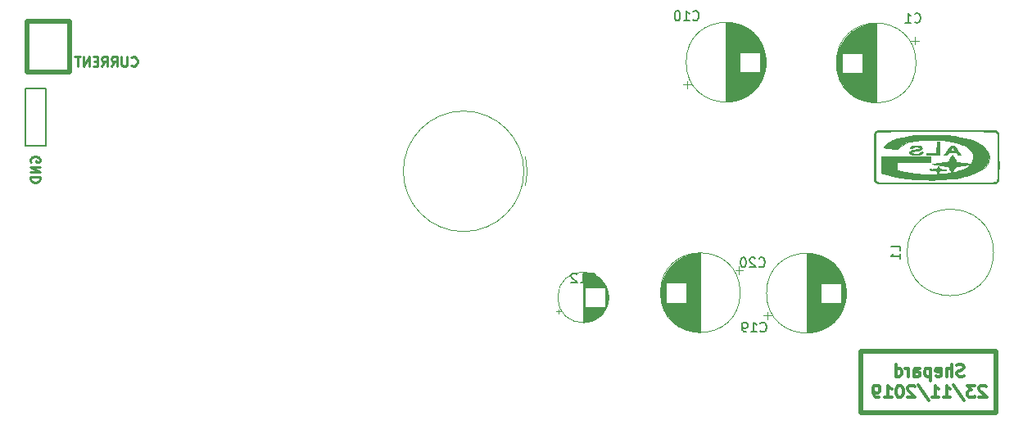
<source format=gbr>
%TF.GenerationSoftware,KiCad,Pcbnew,(5.1.4-0-10_14)*%
%TF.CreationDate,2019-11-24T21:13:53+02:00*%
%TF.ProjectId,READY,52454144-592e-46b6-9963-61645f706362,3.0*%
%TF.SameCoordinates,Original*%
%TF.FileFunction,Legend,Bot*%
%TF.FilePolarity,Positive*%
%FSLAX46Y46*%
G04 Gerber Fmt 4.6, Leading zero omitted, Abs format (unit mm)*
G04 Created by KiCad (PCBNEW (5.1.4-0-10_14)) date 2019-11-24 21:13:53*
%MOMM*%
%LPD*%
G04 APERTURE LIST*
%ADD10C,0.500000*%
%ADD11C,0.250000*%
%ADD12C,0.200000*%
%ADD13C,0.312500*%
%ADD14C,0.120000*%
%ADD15C,0.010000*%
%ADD16C,0.150000*%
G04 APERTURE END LIST*
D10*
X107188000Y-71272400D02*
X111556800Y-71272400D01*
X107188000Y-66040000D02*
X107188000Y-71272400D01*
X107188000Y-66040000D02*
X111506000Y-66040000D01*
X111556800Y-66040000D02*
X111556800Y-71272400D01*
D11*
X117938228Y-70562742D02*
X117985847Y-70610361D01*
X118128704Y-70657980D01*
X118223942Y-70657980D01*
X118366800Y-70610361D01*
X118462038Y-70515123D01*
X118509657Y-70419885D01*
X118557276Y-70229409D01*
X118557276Y-70086552D01*
X118509657Y-69896076D01*
X118462038Y-69800838D01*
X118366800Y-69705600D01*
X118223942Y-69657980D01*
X118128704Y-69657980D01*
X117985847Y-69705600D01*
X117938228Y-69753219D01*
X117509657Y-69657980D02*
X117509657Y-70467504D01*
X117462038Y-70562742D01*
X117414419Y-70610361D01*
X117319180Y-70657980D01*
X117128704Y-70657980D01*
X117033466Y-70610361D01*
X116985847Y-70562742D01*
X116938228Y-70467504D01*
X116938228Y-69657980D01*
X115890609Y-70657980D02*
X116223942Y-70181790D01*
X116462038Y-70657980D02*
X116462038Y-69657980D01*
X116081085Y-69657980D01*
X115985847Y-69705600D01*
X115938228Y-69753219D01*
X115890609Y-69848457D01*
X115890609Y-69991314D01*
X115938228Y-70086552D01*
X115985847Y-70134171D01*
X116081085Y-70181790D01*
X116462038Y-70181790D01*
X114890609Y-70657980D02*
X115223942Y-70181790D01*
X115462038Y-70657980D02*
X115462038Y-69657980D01*
X115081085Y-69657980D01*
X114985847Y-69705600D01*
X114938228Y-69753219D01*
X114890609Y-69848457D01*
X114890609Y-69991314D01*
X114938228Y-70086552D01*
X114985847Y-70134171D01*
X115081085Y-70181790D01*
X115462038Y-70181790D01*
X114462038Y-70134171D02*
X114128704Y-70134171D01*
X113985847Y-70657980D02*
X114462038Y-70657980D01*
X114462038Y-69657980D01*
X113985847Y-69657980D01*
X113557276Y-70657980D02*
X113557276Y-69657980D01*
X112985847Y-70657980D01*
X112985847Y-69657980D01*
X112652514Y-69657980D02*
X112081085Y-69657980D01*
X112366800Y-70657980D02*
X112366800Y-69657980D01*
X107551600Y-80568895D02*
X107503980Y-80473657D01*
X107503980Y-80330800D01*
X107551600Y-80187942D01*
X107646838Y-80092704D01*
X107742076Y-80045085D01*
X107932552Y-79997466D01*
X108075409Y-79997466D01*
X108265885Y-80045085D01*
X108361123Y-80092704D01*
X108456361Y-80187942D01*
X108503980Y-80330800D01*
X108503980Y-80426038D01*
X108456361Y-80568895D01*
X108408742Y-80616514D01*
X108075409Y-80616514D01*
X108075409Y-80426038D01*
X108503980Y-81045085D02*
X107503980Y-81045085D01*
X108503980Y-81616514D01*
X107503980Y-81616514D01*
X108503980Y-82092704D02*
X107503980Y-82092704D01*
X107503980Y-82330800D01*
X107551600Y-82473657D01*
X107646838Y-82568895D01*
X107742076Y-82616514D01*
X107932552Y-82664133D01*
X108075409Y-82664133D01*
X108265885Y-82616514D01*
X108361123Y-82568895D01*
X108456361Y-82473657D01*
X108503980Y-82330800D01*
X108503980Y-82092704D01*
D12*
X109067600Y-78841600D02*
X109067600Y-72948800D01*
X106984800Y-78841600D02*
X109067600Y-78841600D01*
X106984800Y-78841600D02*
X106984800Y-72948800D01*
X106984800Y-72948800D02*
X109067600Y-72948800D01*
D13*
X203998466Y-102665742D02*
X203819895Y-102725266D01*
X203522276Y-102725266D01*
X203403228Y-102665742D01*
X203343704Y-102606218D01*
X203284180Y-102487170D01*
X203284180Y-102368123D01*
X203343704Y-102249075D01*
X203403228Y-102189551D01*
X203522276Y-102130028D01*
X203760371Y-102070504D01*
X203879419Y-102010980D01*
X203938942Y-101951456D01*
X203998466Y-101832409D01*
X203998466Y-101713361D01*
X203938942Y-101594313D01*
X203879419Y-101534790D01*
X203760371Y-101475266D01*
X203462752Y-101475266D01*
X203284180Y-101534790D01*
X202748466Y-102725266D02*
X202748466Y-101475266D01*
X202212752Y-102725266D02*
X202212752Y-102070504D01*
X202272276Y-101951456D01*
X202391323Y-101891932D01*
X202569895Y-101891932D01*
X202688942Y-101951456D01*
X202748466Y-102010980D01*
X201141323Y-102665742D02*
X201260371Y-102725266D01*
X201498466Y-102725266D01*
X201617514Y-102665742D01*
X201677038Y-102546694D01*
X201677038Y-102070504D01*
X201617514Y-101951456D01*
X201498466Y-101891932D01*
X201260371Y-101891932D01*
X201141323Y-101951456D01*
X201081800Y-102070504D01*
X201081800Y-102189551D01*
X201677038Y-102308599D01*
X200546085Y-101891932D02*
X200546085Y-103141932D01*
X200546085Y-101951456D02*
X200427038Y-101891932D01*
X200188942Y-101891932D01*
X200069895Y-101951456D01*
X200010371Y-102010980D01*
X199950847Y-102130028D01*
X199950847Y-102487170D01*
X200010371Y-102606218D01*
X200069895Y-102665742D01*
X200188942Y-102725266D01*
X200427038Y-102725266D01*
X200546085Y-102665742D01*
X198879419Y-102725266D02*
X198879419Y-102070504D01*
X198938942Y-101951456D01*
X199057990Y-101891932D01*
X199296085Y-101891932D01*
X199415133Y-101951456D01*
X198879419Y-102665742D02*
X198998466Y-102725266D01*
X199296085Y-102725266D01*
X199415133Y-102665742D01*
X199474657Y-102546694D01*
X199474657Y-102427647D01*
X199415133Y-102308599D01*
X199296085Y-102249075D01*
X198998466Y-102249075D01*
X198879419Y-102189551D01*
X198284180Y-102725266D02*
X198284180Y-101891932D01*
X198284180Y-102130028D02*
X198224657Y-102010980D01*
X198165133Y-101951456D01*
X198046085Y-101891932D01*
X197927038Y-101891932D01*
X196974657Y-102725266D02*
X196974657Y-101475266D01*
X196974657Y-102665742D02*
X197093704Y-102725266D01*
X197331800Y-102725266D01*
X197450847Y-102665742D01*
X197510371Y-102606218D01*
X197569895Y-102487170D01*
X197569895Y-102130028D01*
X197510371Y-102010980D01*
X197450847Y-101951456D01*
X197331800Y-101891932D01*
X197093704Y-101891932D01*
X196974657Y-101951456D01*
X206290133Y-103781813D02*
X206230609Y-103722290D01*
X206111561Y-103662766D01*
X205813942Y-103662766D01*
X205694895Y-103722290D01*
X205635371Y-103781813D01*
X205575847Y-103900861D01*
X205575847Y-104019909D01*
X205635371Y-104198480D01*
X206349657Y-104912766D01*
X205575847Y-104912766D01*
X205159180Y-103662766D02*
X204385371Y-103662766D01*
X204802038Y-104138956D01*
X204623466Y-104138956D01*
X204504419Y-104198480D01*
X204444895Y-104258004D01*
X204385371Y-104377051D01*
X204385371Y-104674670D01*
X204444895Y-104793718D01*
X204504419Y-104853242D01*
X204623466Y-104912766D01*
X204980609Y-104912766D01*
X205099657Y-104853242D01*
X205159180Y-104793718D01*
X202956800Y-103603242D02*
X204028228Y-105210385D01*
X201885371Y-104912766D02*
X202599657Y-104912766D01*
X202242514Y-104912766D02*
X202242514Y-103662766D01*
X202361561Y-103841337D01*
X202480609Y-103960385D01*
X202599657Y-104019909D01*
X200694895Y-104912766D02*
X201409180Y-104912766D01*
X201052038Y-104912766D02*
X201052038Y-103662766D01*
X201171085Y-103841337D01*
X201290133Y-103960385D01*
X201409180Y-104019909D01*
X199266323Y-103603242D02*
X200337752Y-105210385D01*
X198909180Y-103781813D02*
X198849657Y-103722290D01*
X198730609Y-103662766D01*
X198432990Y-103662766D01*
X198313942Y-103722290D01*
X198254419Y-103781813D01*
X198194895Y-103900861D01*
X198194895Y-104019909D01*
X198254419Y-104198480D01*
X198968704Y-104912766D01*
X198194895Y-104912766D01*
X197421085Y-103662766D02*
X197302038Y-103662766D01*
X197182990Y-103722290D01*
X197123466Y-103781813D01*
X197063942Y-103900861D01*
X197004419Y-104138956D01*
X197004419Y-104436575D01*
X197063942Y-104674670D01*
X197123466Y-104793718D01*
X197182990Y-104853242D01*
X197302038Y-104912766D01*
X197421085Y-104912766D01*
X197540133Y-104853242D01*
X197599657Y-104793718D01*
X197659180Y-104674670D01*
X197718704Y-104436575D01*
X197718704Y-104138956D01*
X197659180Y-103900861D01*
X197599657Y-103781813D01*
X197540133Y-103722290D01*
X197421085Y-103662766D01*
X195813942Y-104912766D02*
X196528228Y-104912766D01*
X196171085Y-104912766D02*
X196171085Y-103662766D01*
X196290133Y-103841337D01*
X196409180Y-103960385D01*
X196528228Y-104019909D01*
X195218704Y-104912766D02*
X194980609Y-104912766D01*
X194861561Y-104853242D01*
X194802038Y-104793718D01*
X194682990Y-104615147D01*
X194623466Y-104377051D01*
X194623466Y-103900861D01*
X194682990Y-103781813D01*
X194742514Y-103722290D01*
X194861561Y-103662766D01*
X195099657Y-103662766D01*
X195218704Y-103722290D01*
X195278228Y-103781813D01*
X195337752Y-103900861D01*
X195337752Y-104198480D01*
X195278228Y-104317528D01*
X195218704Y-104377051D01*
X195099657Y-104436575D01*
X194861561Y-104436575D01*
X194742514Y-104377051D01*
X194682990Y-104317528D01*
X194623466Y-104198480D01*
D10*
X207350360Y-100098860D02*
X193380360Y-100098860D01*
X207350360Y-106448860D02*
X207350360Y-100098860D01*
X193380360Y-106456480D02*
X207350360Y-106448860D01*
X193380360Y-100098860D02*
X193390520Y-106451400D01*
D14*
%TO.C,C10*%
X183531000Y-70243700D02*
G75*
G03X183531000Y-70243700I-4120000J0D01*
G01*
X179411000Y-74323700D02*
X179411000Y-66163700D01*
X179451000Y-74323700D02*
X179451000Y-66163700D01*
X179491000Y-74323700D02*
X179491000Y-66163700D01*
X179531000Y-74322700D02*
X179531000Y-66164700D01*
X179571000Y-74320700D02*
X179571000Y-66166700D01*
X179611000Y-74319700D02*
X179611000Y-66167700D01*
X179651000Y-74317700D02*
X179651000Y-66169700D01*
X179691000Y-74314700D02*
X179691000Y-66172700D01*
X179731000Y-74311700D02*
X179731000Y-66175700D01*
X179771000Y-74308700D02*
X179771000Y-66178700D01*
X179811000Y-74304700D02*
X179811000Y-66182700D01*
X179851000Y-74300700D02*
X179851000Y-66186700D01*
X179891000Y-74295700D02*
X179891000Y-66191700D01*
X179931000Y-74291700D02*
X179931000Y-66195700D01*
X179971000Y-74285700D02*
X179971000Y-66201700D01*
X180011000Y-74280700D02*
X180011000Y-66206700D01*
X180051000Y-74273700D02*
X180051000Y-66213700D01*
X180091000Y-74267700D02*
X180091000Y-66219700D01*
X180132000Y-74260700D02*
X180132000Y-66226700D01*
X180172000Y-74253700D02*
X180172000Y-66233700D01*
X180212000Y-74245700D02*
X180212000Y-66241700D01*
X180252000Y-74237700D02*
X180252000Y-66249700D01*
X180292000Y-74228700D02*
X180292000Y-66258700D01*
X180332000Y-74219700D02*
X180332000Y-66267700D01*
X180372000Y-74210700D02*
X180372000Y-66276700D01*
X180412000Y-74200700D02*
X180412000Y-66286700D01*
X180452000Y-74190700D02*
X180452000Y-66296700D01*
X180492000Y-74179700D02*
X180492000Y-66307700D01*
X180532000Y-74168700D02*
X180532000Y-66318700D01*
X180572000Y-74157700D02*
X180572000Y-66329700D01*
X180612000Y-74145700D02*
X180612000Y-66341700D01*
X180652000Y-74132700D02*
X180652000Y-66354700D01*
X180692000Y-74120700D02*
X180692000Y-66366700D01*
X180732000Y-74106700D02*
X180732000Y-66380700D01*
X180772000Y-74093700D02*
X180772000Y-66393700D01*
X180812000Y-74078700D02*
X180812000Y-66408700D01*
X180852000Y-74064700D02*
X180852000Y-66422700D01*
X180892000Y-74048700D02*
X180892000Y-71283700D01*
X180892000Y-69203700D02*
X180892000Y-66438700D01*
X180932000Y-74033700D02*
X180932000Y-71283700D01*
X180932000Y-69203700D02*
X180932000Y-66453700D01*
X180972000Y-74017700D02*
X180972000Y-71283700D01*
X180972000Y-69203700D02*
X180972000Y-66469700D01*
X181012000Y-74000700D02*
X181012000Y-71283700D01*
X181012000Y-69203700D02*
X181012000Y-66486700D01*
X181052000Y-73983700D02*
X181052000Y-71283700D01*
X181052000Y-69203700D02*
X181052000Y-66503700D01*
X181092000Y-73965700D02*
X181092000Y-71283700D01*
X181092000Y-69203700D02*
X181092000Y-66521700D01*
X181132000Y-73947700D02*
X181132000Y-71283700D01*
X181132000Y-69203700D02*
X181132000Y-66539700D01*
X181172000Y-73929700D02*
X181172000Y-71283700D01*
X181172000Y-69203700D02*
X181172000Y-66557700D01*
X181212000Y-73909700D02*
X181212000Y-71283700D01*
X181212000Y-69203700D02*
X181212000Y-66577700D01*
X181252000Y-73890700D02*
X181252000Y-71283700D01*
X181252000Y-69203700D02*
X181252000Y-66596700D01*
X181292000Y-73870700D02*
X181292000Y-71283700D01*
X181292000Y-69203700D02*
X181292000Y-66616700D01*
X181332000Y-73849700D02*
X181332000Y-71283700D01*
X181332000Y-69203700D02*
X181332000Y-66637700D01*
X181372000Y-73827700D02*
X181372000Y-71283700D01*
X181372000Y-69203700D02*
X181372000Y-66659700D01*
X181412000Y-73805700D02*
X181412000Y-71283700D01*
X181412000Y-69203700D02*
X181412000Y-66681700D01*
X181452000Y-73783700D02*
X181452000Y-71283700D01*
X181452000Y-69203700D02*
X181452000Y-66703700D01*
X181492000Y-73760700D02*
X181492000Y-71283700D01*
X181492000Y-69203700D02*
X181492000Y-66726700D01*
X181532000Y-73736700D02*
X181532000Y-71283700D01*
X181532000Y-69203700D02*
X181532000Y-66750700D01*
X181572000Y-73712700D02*
X181572000Y-71283700D01*
X181572000Y-69203700D02*
X181572000Y-66774700D01*
X181612000Y-73687700D02*
X181612000Y-71283700D01*
X181612000Y-69203700D02*
X181612000Y-66799700D01*
X181652000Y-73661700D02*
X181652000Y-71283700D01*
X181652000Y-69203700D02*
X181652000Y-66825700D01*
X181692000Y-73635700D02*
X181692000Y-71283700D01*
X181692000Y-69203700D02*
X181692000Y-66851700D01*
X181732000Y-73608700D02*
X181732000Y-71283700D01*
X181732000Y-69203700D02*
X181732000Y-66878700D01*
X181772000Y-73581700D02*
X181772000Y-71283700D01*
X181772000Y-69203700D02*
X181772000Y-66905700D01*
X181812000Y-73552700D02*
X181812000Y-71283700D01*
X181812000Y-69203700D02*
X181812000Y-66934700D01*
X181852000Y-73523700D02*
X181852000Y-71283700D01*
X181852000Y-69203700D02*
X181852000Y-66963700D01*
X181892000Y-73493700D02*
X181892000Y-71283700D01*
X181892000Y-69203700D02*
X181892000Y-66993700D01*
X181932000Y-73463700D02*
X181932000Y-71283700D01*
X181932000Y-69203700D02*
X181932000Y-67023700D01*
X181972000Y-73432700D02*
X181972000Y-71283700D01*
X181972000Y-69203700D02*
X181972000Y-67054700D01*
X182012000Y-73399700D02*
X182012000Y-71283700D01*
X182012000Y-69203700D02*
X182012000Y-67087700D01*
X182052000Y-73367700D02*
X182052000Y-71283700D01*
X182052000Y-69203700D02*
X182052000Y-67119700D01*
X182092000Y-73333700D02*
X182092000Y-71283700D01*
X182092000Y-69203700D02*
X182092000Y-67153700D01*
X182132000Y-73298700D02*
X182132000Y-71283700D01*
X182132000Y-69203700D02*
X182132000Y-67188700D01*
X182172000Y-73262700D02*
X182172000Y-71283700D01*
X182172000Y-69203700D02*
X182172000Y-67224700D01*
X182212000Y-73226700D02*
X182212000Y-71283700D01*
X182212000Y-69203700D02*
X182212000Y-67260700D01*
X182252000Y-73188700D02*
X182252000Y-71283700D01*
X182252000Y-69203700D02*
X182252000Y-67298700D01*
X182292000Y-73150700D02*
X182292000Y-71283700D01*
X182292000Y-69203700D02*
X182292000Y-67336700D01*
X182332000Y-73110700D02*
X182332000Y-71283700D01*
X182332000Y-69203700D02*
X182332000Y-67376700D01*
X182372000Y-73069700D02*
X182372000Y-71283700D01*
X182372000Y-69203700D02*
X182372000Y-67417700D01*
X182412000Y-73027700D02*
X182412000Y-71283700D01*
X182412000Y-69203700D02*
X182412000Y-67459700D01*
X182452000Y-72984700D02*
X182452000Y-71283700D01*
X182452000Y-69203700D02*
X182452000Y-67502700D01*
X182492000Y-72940700D02*
X182492000Y-71283700D01*
X182492000Y-69203700D02*
X182492000Y-67546700D01*
X182532000Y-72894700D02*
X182532000Y-71283700D01*
X182532000Y-69203700D02*
X182532000Y-67592700D01*
X182572000Y-72847700D02*
X182572000Y-71283700D01*
X182572000Y-69203700D02*
X182572000Y-67639700D01*
X182612000Y-72799700D02*
X182612000Y-71283700D01*
X182612000Y-69203700D02*
X182612000Y-67687700D01*
X182652000Y-72748700D02*
X182652000Y-71283700D01*
X182652000Y-69203700D02*
X182652000Y-67738700D01*
X182692000Y-72697700D02*
X182692000Y-71283700D01*
X182692000Y-69203700D02*
X182692000Y-67789700D01*
X182732000Y-72643700D02*
X182732000Y-71283700D01*
X182732000Y-69203700D02*
X182732000Y-67843700D01*
X182772000Y-72588700D02*
X182772000Y-71283700D01*
X182772000Y-69203700D02*
X182772000Y-67898700D01*
X182812000Y-72530700D02*
X182812000Y-71283700D01*
X182812000Y-69203700D02*
X182812000Y-67956700D01*
X182852000Y-72471700D02*
X182852000Y-71283700D01*
X182852000Y-69203700D02*
X182852000Y-68015700D01*
X182892000Y-72409700D02*
X182892000Y-71283700D01*
X182892000Y-69203700D02*
X182892000Y-68077700D01*
X182932000Y-72345700D02*
X182932000Y-71283700D01*
X182932000Y-69203700D02*
X182932000Y-68141700D01*
X182972000Y-72277700D02*
X182972000Y-68209700D01*
X183012000Y-72207700D02*
X183012000Y-68279700D01*
X183052000Y-72133700D02*
X183052000Y-68353700D01*
X183092000Y-72056700D02*
X183092000Y-68430700D01*
X183132000Y-71974700D02*
X183132000Y-68512700D01*
X183172000Y-71888700D02*
X183172000Y-68598700D01*
X183212000Y-71795700D02*
X183212000Y-68691700D01*
X183252000Y-71696700D02*
X183252000Y-68790700D01*
X183292000Y-71589700D02*
X183292000Y-68897700D01*
X183332000Y-71472700D02*
X183332000Y-69014700D01*
X183372000Y-71341700D02*
X183372000Y-69145700D01*
X183412000Y-71191700D02*
X183412000Y-69295700D01*
X183452000Y-71011700D02*
X183452000Y-69475700D01*
X183492000Y-70776700D02*
X183492000Y-69710700D01*
X175001302Y-72558700D02*
X175801302Y-72558700D01*
X175401302Y-72958700D02*
X175401302Y-72158700D01*
D15*
%TO.C,G\002A\002A\002A*%
G36*
X195048011Y-77283251D02*
G01*
X194935123Y-77346403D01*
X194818936Y-77443268D01*
X194758734Y-77535363D01*
X194695234Y-77661171D01*
X194695234Y-80025287D01*
X194695152Y-80460423D01*
X194695108Y-80842734D01*
X194695401Y-81175838D01*
X194696330Y-81463354D01*
X194698194Y-81708900D01*
X194701294Y-81916096D01*
X194705930Y-82088558D01*
X194712400Y-82229907D01*
X194721004Y-82343760D01*
X194732042Y-82433736D01*
X194745814Y-82503454D01*
X194762618Y-82556532D01*
X194782756Y-82596589D01*
X194806525Y-82627243D01*
X194834226Y-82652113D01*
X194866159Y-82674817D01*
X194902623Y-82698974D01*
X194917436Y-82709083D01*
X195048011Y-82799767D01*
X201129900Y-82805855D01*
X201838403Y-82806514D01*
X202492504Y-82807009D01*
X203094246Y-82807331D01*
X203645673Y-82807469D01*
X204148827Y-82807413D01*
X204605750Y-82807151D01*
X205018486Y-82806675D01*
X205389078Y-82805973D01*
X205719567Y-82805035D01*
X206011998Y-82803851D01*
X206268412Y-82802410D01*
X206490853Y-82800702D01*
X206681364Y-82798716D01*
X206841986Y-82796442D01*
X206974764Y-82793871D01*
X207081740Y-82790990D01*
X207164956Y-82787791D01*
X207226455Y-82784262D01*
X207268281Y-82780393D01*
X207292476Y-82776175D01*
X207297415Y-82774503D01*
X207409860Y-82703572D01*
X207509928Y-82602284D01*
X207579715Y-82490109D01*
X207593475Y-82452563D01*
X207599564Y-82406587D01*
X207604740Y-82313089D01*
X207609012Y-82171024D01*
X207612390Y-81979346D01*
X207614882Y-81737011D01*
X207616498Y-81442973D01*
X207617247Y-81096188D01*
X207617138Y-80695610D01*
X207616182Y-80240194D01*
X207615331Y-79975465D01*
X207611129Y-78792729D01*
X207476063Y-78792729D01*
X207475661Y-79085049D01*
X207474872Y-79424275D01*
X207473768Y-79814099D01*
X207473009Y-80066312D01*
X207471702Y-80487302D01*
X207470444Y-80855495D01*
X207469142Y-81174541D01*
X207467698Y-81448087D01*
X207466019Y-81679782D01*
X207464009Y-81873275D01*
X207461572Y-82032212D01*
X207458613Y-82160243D01*
X207455038Y-82261016D01*
X207450750Y-82338179D01*
X207445654Y-82395380D01*
X207439656Y-82436268D01*
X207432660Y-82464490D01*
X207424571Y-82483696D01*
X207415293Y-82497533D01*
X207409345Y-82504520D01*
X207343672Y-82565455D01*
X207268234Y-82620258D01*
X207257154Y-82626224D01*
X207242506Y-82631718D01*
X207222033Y-82636761D01*
X207193472Y-82641372D01*
X207154565Y-82645569D01*
X207103052Y-82649373D01*
X207036672Y-82652803D01*
X206953166Y-82655878D01*
X206850274Y-82658617D01*
X206725736Y-82661041D01*
X206577292Y-82663168D01*
X206402682Y-82665017D01*
X206199646Y-82666609D01*
X205965924Y-82667963D01*
X205699257Y-82669097D01*
X205397384Y-82670032D01*
X205058046Y-82670787D01*
X204678982Y-82671381D01*
X204257933Y-82671834D01*
X203792639Y-82672164D01*
X203280840Y-82672392D01*
X202720276Y-82672537D01*
X202108687Y-82672618D01*
X201443814Y-82672655D01*
X201163777Y-82672661D01*
X200465307Y-82672631D01*
X199821151Y-82672506D01*
X199229180Y-82672273D01*
X198687264Y-82671916D01*
X198193271Y-82671424D01*
X197745073Y-82670781D01*
X197340540Y-82669974D01*
X196977541Y-82668989D01*
X196653946Y-82667813D01*
X196367626Y-82666431D01*
X196116451Y-82664830D01*
X195898289Y-82662996D01*
X195711013Y-82660915D01*
X195552490Y-82658574D01*
X195420593Y-82655957D01*
X195313189Y-82653053D01*
X195228150Y-82649846D01*
X195163346Y-82646323D01*
X195116646Y-82642471D01*
X195085921Y-82638274D01*
X195069040Y-82633721D01*
X195067777Y-82633115D01*
X194994144Y-82583649D01*
X194922358Y-82519394D01*
X194921011Y-82517960D01*
X194850456Y-82442457D01*
X194835410Y-77687167D01*
X194899940Y-77590578D01*
X194968632Y-77513076D01*
X195051899Y-77450425D01*
X195062685Y-77444644D01*
X195076112Y-77439003D01*
X195094533Y-77433807D01*
X195120206Y-77429039D01*
X195155391Y-77424680D01*
X195202347Y-77420712D01*
X195263333Y-77417117D01*
X195340609Y-77413876D01*
X195436434Y-77410971D01*
X195553067Y-77408385D01*
X195692768Y-77406098D01*
X195857796Y-77404093D01*
X196050409Y-77402352D01*
X196272868Y-77400855D01*
X196527432Y-77399586D01*
X196816360Y-77398525D01*
X197141911Y-77397655D01*
X197506344Y-77396957D01*
X197911919Y-77396413D01*
X198360896Y-77396005D01*
X198855532Y-77395714D01*
X199398089Y-77395523D01*
X199990824Y-77395413D01*
X200635998Y-77395366D01*
X201172234Y-77395361D01*
X201857901Y-77395374D01*
X202489391Y-77395413D01*
X203068972Y-77395499D01*
X203598909Y-77395653D01*
X204081472Y-77395895D01*
X204518926Y-77396246D01*
X204913538Y-77396728D01*
X205267578Y-77397360D01*
X205583310Y-77398164D01*
X205863004Y-77399162D01*
X206108925Y-77400372D01*
X206323342Y-77401817D01*
X206508521Y-77403518D01*
X206666730Y-77405494D01*
X206800236Y-77407768D01*
X206911307Y-77410360D01*
X207002208Y-77413290D01*
X207075209Y-77416580D01*
X207132575Y-77420250D01*
X207176575Y-77424321D01*
X207209475Y-77428815D01*
X207233542Y-77433752D01*
X207251045Y-77439152D01*
X207264250Y-77445037D01*
X207275424Y-77451428D01*
X207275547Y-77451503D01*
X207355363Y-77516441D01*
X207421877Y-77596354D01*
X207423878Y-77599565D01*
X207433864Y-77617010D01*
X207442580Y-77637055D01*
X207450100Y-77663390D01*
X207456496Y-77699709D01*
X207461843Y-77749704D01*
X207466214Y-77817066D01*
X207469683Y-77905488D01*
X207472322Y-78018663D01*
X207474207Y-78160282D01*
X207475409Y-78334038D01*
X207476003Y-78543623D01*
X207476063Y-78792729D01*
X207611129Y-78792729D01*
X207606900Y-77602719D01*
X207538890Y-77503476D01*
X207471344Y-77422309D01*
X207393722Y-77351786D01*
X207381921Y-77343278D01*
X207292963Y-77282323D01*
X195048011Y-77283251D01*
X195048011Y-77283251D01*
G37*
X195048011Y-77283251D02*
X194935123Y-77346403D01*
X194818936Y-77443268D01*
X194758734Y-77535363D01*
X194695234Y-77661171D01*
X194695234Y-80025287D01*
X194695152Y-80460423D01*
X194695108Y-80842734D01*
X194695401Y-81175838D01*
X194696330Y-81463354D01*
X194698194Y-81708900D01*
X194701294Y-81916096D01*
X194705930Y-82088558D01*
X194712400Y-82229907D01*
X194721004Y-82343760D01*
X194732042Y-82433736D01*
X194745814Y-82503454D01*
X194762618Y-82556532D01*
X194782756Y-82596589D01*
X194806525Y-82627243D01*
X194834226Y-82652113D01*
X194866159Y-82674817D01*
X194902623Y-82698974D01*
X194917436Y-82709083D01*
X195048011Y-82799767D01*
X201129900Y-82805855D01*
X201838403Y-82806514D01*
X202492504Y-82807009D01*
X203094246Y-82807331D01*
X203645673Y-82807469D01*
X204148827Y-82807413D01*
X204605750Y-82807151D01*
X205018486Y-82806675D01*
X205389078Y-82805973D01*
X205719567Y-82805035D01*
X206011998Y-82803851D01*
X206268412Y-82802410D01*
X206490853Y-82800702D01*
X206681364Y-82798716D01*
X206841986Y-82796442D01*
X206974764Y-82793871D01*
X207081740Y-82790990D01*
X207164956Y-82787791D01*
X207226455Y-82784262D01*
X207268281Y-82780393D01*
X207292476Y-82776175D01*
X207297415Y-82774503D01*
X207409860Y-82703572D01*
X207509928Y-82602284D01*
X207579715Y-82490109D01*
X207593475Y-82452563D01*
X207599564Y-82406587D01*
X207604740Y-82313089D01*
X207609012Y-82171024D01*
X207612390Y-81979346D01*
X207614882Y-81737011D01*
X207616498Y-81442973D01*
X207617247Y-81096188D01*
X207617138Y-80695610D01*
X207616182Y-80240194D01*
X207615331Y-79975465D01*
X207611129Y-78792729D01*
X207476063Y-78792729D01*
X207475661Y-79085049D01*
X207474872Y-79424275D01*
X207473768Y-79814099D01*
X207473009Y-80066312D01*
X207471702Y-80487302D01*
X207470444Y-80855495D01*
X207469142Y-81174541D01*
X207467698Y-81448087D01*
X207466019Y-81679782D01*
X207464009Y-81873275D01*
X207461572Y-82032212D01*
X207458613Y-82160243D01*
X207455038Y-82261016D01*
X207450750Y-82338179D01*
X207445654Y-82395380D01*
X207439656Y-82436268D01*
X207432660Y-82464490D01*
X207424571Y-82483696D01*
X207415293Y-82497533D01*
X207409345Y-82504520D01*
X207343672Y-82565455D01*
X207268234Y-82620258D01*
X207257154Y-82626224D01*
X207242506Y-82631718D01*
X207222033Y-82636761D01*
X207193472Y-82641372D01*
X207154565Y-82645569D01*
X207103052Y-82649373D01*
X207036672Y-82652803D01*
X206953166Y-82655878D01*
X206850274Y-82658617D01*
X206725736Y-82661041D01*
X206577292Y-82663168D01*
X206402682Y-82665017D01*
X206199646Y-82666609D01*
X205965924Y-82667963D01*
X205699257Y-82669097D01*
X205397384Y-82670032D01*
X205058046Y-82670787D01*
X204678982Y-82671381D01*
X204257933Y-82671834D01*
X203792639Y-82672164D01*
X203280840Y-82672392D01*
X202720276Y-82672537D01*
X202108687Y-82672618D01*
X201443814Y-82672655D01*
X201163777Y-82672661D01*
X200465307Y-82672631D01*
X199821151Y-82672506D01*
X199229180Y-82672273D01*
X198687264Y-82671916D01*
X198193271Y-82671424D01*
X197745073Y-82670781D01*
X197340540Y-82669974D01*
X196977541Y-82668989D01*
X196653946Y-82667813D01*
X196367626Y-82666431D01*
X196116451Y-82664830D01*
X195898289Y-82662996D01*
X195711013Y-82660915D01*
X195552490Y-82658574D01*
X195420593Y-82655957D01*
X195313189Y-82653053D01*
X195228150Y-82649846D01*
X195163346Y-82646323D01*
X195116646Y-82642471D01*
X195085921Y-82638274D01*
X195069040Y-82633721D01*
X195067777Y-82633115D01*
X194994144Y-82583649D01*
X194922358Y-82519394D01*
X194921011Y-82517960D01*
X194850456Y-82442457D01*
X194835410Y-77687167D01*
X194899940Y-77590578D01*
X194968632Y-77513076D01*
X195051899Y-77450425D01*
X195062685Y-77444644D01*
X195076112Y-77439003D01*
X195094533Y-77433807D01*
X195120206Y-77429039D01*
X195155391Y-77424680D01*
X195202347Y-77420712D01*
X195263333Y-77417117D01*
X195340609Y-77413876D01*
X195436434Y-77410971D01*
X195553067Y-77408385D01*
X195692768Y-77406098D01*
X195857796Y-77404093D01*
X196050409Y-77402352D01*
X196272868Y-77400855D01*
X196527432Y-77399586D01*
X196816360Y-77398525D01*
X197141911Y-77397655D01*
X197506344Y-77396957D01*
X197911919Y-77396413D01*
X198360896Y-77396005D01*
X198855532Y-77395714D01*
X199398089Y-77395523D01*
X199990824Y-77395413D01*
X200635998Y-77395366D01*
X201172234Y-77395361D01*
X201857901Y-77395374D01*
X202489391Y-77395413D01*
X203068972Y-77395499D01*
X203598909Y-77395653D01*
X204081472Y-77395895D01*
X204518926Y-77396246D01*
X204913538Y-77396728D01*
X205267578Y-77397360D01*
X205583310Y-77398164D01*
X205863004Y-77399162D01*
X206108925Y-77400372D01*
X206323342Y-77401817D01*
X206508521Y-77403518D01*
X206666730Y-77405494D01*
X206800236Y-77407768D01*
X206911307Y-77410360D01*
X207002208Y-77413290D01*
X207075209Y-77416580D01*
X207132575Y-77420250D01*
X207176575Y-77424321D01*
X207209475Y-77428815D01*
X207233542Y-77433752D01*
X207251045Y-77439152D01*
X207264250Y-77445037D01*
X207275424Y-77451428D01*
X207275547Y-77451503D01*
X207355363Y-77516441D01*
X207421877Y-77596354D01*
X207423878Y-77599565D01*
X207433864Y-77617010D01*
X207442580Y-77637055D01*
X207450100Y-77663390D01*
X207456496Y-77699709D01*
X207461843Y-77749704D01*
X207466214Y-77817066D01*
X207469683Y-77905488D01*
X207472322Y-78018663D01*
X207474207Y-78160282D01*
X207475409Y-78334038D01*
X207476003Y-78543623D01*
X207476063Y-78792729D01*
X207611129Y-78792729D01*
X207606900Y-77602719D01*
X207538890Y-77503476D01*
X207471344Y-77422309D01*
X207393722Y-77351786D01*
X207381921Y-77343278D01*
X207292963Y-77282323D01*
X195048011Y-77283251D01*
G36*
X200549810Y-77746223D02*
G01*
X200257025Y-77748760D01*
X199970041Y-77753129D01*
X199694512Y-77759244D01*
X199436089Y-77767020D01*
X199200423Y-77776372D01*
X198993167Y-77787214D01*
X198819973Y-77799462D01*
X198686492Y-77813030D01*
X198598376Y-77827833D01*
X198561729Y-77843101D01*
X198529839Y-77854365D01*
X198453367Y-77870842D01*
X198343688Y-77890337D01*
X198212176Y-77910658D01*
X198208900Y-77911129D01*
X197982059Y-77947742D01*
X197736421Y-77994237D01*
X197487464Y-78047177D01*
X197250664Y-78103120D01*
X197041499Y-78158629D01*
X196899176Y-78202172D01*
X196658775Y-78296582D01*
X196419492Y-78416342D01*
X196193610Y-78553671D01*
X195993414Y-78700786D01*
X195831187Y-78849906D01*
X195774734Y-78914482D01*
X195722559Y-78984055D01*
X195689334Y-79037102D01*
X195683011Y-79054245D01*
X195709748Y-79064564D01*
X195784530Y-79079072D01*
X195899218Y-79096566D01*
X196045671Y-79115841D01*
X196215749Y-79135695D01*
X196282734Y-79142914D01*
X196468249Y-79162555D01*
X196641473Y-79181055D01*
X196792108Y-79197302D01*
X196909852Y-79210184D01*
X196984406Y-79218586D01*
X196995345Y-79219888D01*
X197056772Y-79223903D01*
X197106407Y-79213217D01*
X197159718Y-79180238D01*
X197232171Y-79117373D01*
X197263456Y-79088271D01*
X197451219Y-78926619D01*
X197644563Y-78791199D01*
X197852834Y-78677845D01*
X198085379Y-78582394D01*
X198351544Y-78500678D01*
X198660675Y-78428533D01*
X198809031Y-78399436D01*
X199098283Y-78352425D01*
X199408302Y-78316383D01*
X199747243Y-78290737D01*
X200123267Y-78274914D01*
X200544531Y-78268341D01*
X200678345Y-78268084D01*
X201267569Y-78278208D01*
X201806891Y-78307912D01*
X202299549Y-78357750D01*
X202748781Y-78428275D01*
X203157827Y-78520040D01*
X203529925Y-78633600D01*
X203868313Y-78769508D01*
X204008875Y-78837301D01*
X204284441Y-78999165D01*
X204515373Y-79179751D01*
X204700159Y-79375751D01*
X204837288Y-79583861D01*
X204925248Y-79800774D01*
X204962528Y-80023185D01*
X204947618Y-80247789D01*
X204879005Y-80471279D01*
X204814161Y-80598829D01*
X204767233Y-80673263D01*
X204726523Y-80710674D01*
X204671345Y-80723662D01*
X204607100Y-80724950D01*
X204538323Y-80721416D01*
X204424521Y-80711846D01*
X204276661Y-80697326D01*
X204105710Y-80678942D01*
X203922636Y-80657779D01*
X203895678Y-80654537D01*
X203719827Y-80633466D01*
X203562171Y-80614926D01*
X203431621Y-80599935D01*
X203337086Y-80589514D01*
X203287477Y-80584680D01*
X203283183Y-80584465D01*
X203258673Y-80560823D01*
X203213478Y-80495731D01*
X203153017Y-80397786D01*
X203082709Y-80275583D01*
X203043294Y-80203899D01*
X202970503Y-80073180D01*
X202905256Y-79962969D01*
X202852800Y-79881598D01*
X202818383Y-79837405D01*
X202809123Y-79831939D01*
X202785544Y-79858436D01*
X202740819Y-79925044D01*
X202680895Y-80022361D01*
X202611721Y-80140983D01*
X202595497Y-80169638D01*
X202525793Y-80292463D01*
X202465370Y-80397152D01*
X202419885Y-80474035D01*
X202394992Y-80513443D01*
X202392828Y-80516136D01*
X202361011Y-80524827D01*
X202282345Y-80539338D01*
X202165975Y-80558359D01*
X202021045Y-80580581D01*
X201856700Y-80604695D01*
X201682082Y-80629392D01*
X201506337Y-80653363D01*
X201338609Y-80675299D01*
X201188041Y-80693890D01*
X201063778Y-80707828D01*
X201031123Y-80711086D01*
X200884287Y-80727410D01*
X200790661Y-80743497D01*
X200747019Y-80760072D01*
X200746592Y-80774866D01*
X200777663Y-80782332D01*
X200857616Y-80795562D01*
X200979295Y-80813541D01*
X201135547Y-80835256D01*
X201319215Y-80859690D01*
X201523146Y-80885830D01*
X201574219Y-80892233D01*
X202385789Y-80993545D01*
X202522230Y-81247545D01*
X202601340Y-81397596D01*
X202653944Y-81506119D01*
X202682077Y-81580282D01*
X202687775Y-81627254D01*
X202673073Y-81654202D01*
X202641579Y-81667907D01*
X202547521Y-81687356D01*
X202422805Y-81707123D01*
X202275874Y-81726500D01*
X202115168Y-81744780D01*
X201949130Y-81761255D01*
X201786201Y-81775217D01*
X201634823Y-81785959D01*
X201503437Y-81792771D01*
X201400486Y-81794948D01*
X201334410Y-81791780D01*
X201313652Y-81782560D01*
X201316858Y-81778981D01*
X201345038Y-81741349D01*
X201383655Y-81669574D01*
X201410607Y-81610745D01*
X201435015Y-81554220D01*
X201458323Y-81512855D01*
X201489393Y-81483448D01*
X201537086Y-81462796D01*
X201610265Y-81447698D01*
X201717790Y-81434951D01*
X201868523Y-81421353D01*
X201955400Y-81413880D01*
X202058335Y-81402787D01*
X202135228Y-81390312D01*
X202172555Y-81378773D01*
X202174123Y-81376416D01*
X202148035Y-81365338D01*
X202077563Y-81350033D01*
X201974391Y-81332772D01*
X201884845Y-81320202D01*
X201757070Y-81302215D01*
X201645484Y-81284037D01*
X201565141Y-81268250D01*
X201536865Y-81260516D01*
X201489141Y-81219423D01*
X201442209Y-81140964D01*
X201428697Y-81108956D01*
X201395422Y-81034047D01*
X201365666Y-80987276D01*
X201354069Y-80979434D01*
X201325664Y-81002049D01*
X201288686Y-81057576D01*
X201282847Y-81068501D01*
X201231989Y-81156315D01*
X201179380Y-81212799D01*
X201110066Y-81246393D01*
X201009096Y-81265538D01*
X200918234Y-81274328D01*
X200794724Y-81285182D01*
X200678769Y-81296811D01*
X200593417Y-81306888D01*
X200586623Y-81307840D01*
X200516708Y-81309222D01*
X200481660Y-81294763D01*
X200488313Y-81273258D01*
X200543500Y-81253504D01*
X200544289Y-81253351D01*
X200607789Y-81241120D01*
X200545282Y-81237277D01*
X200495528Y-81252713D01*
X200451122Y-81292503D01*
X200427878Y-81338173D01*
X200434871Y-81366256D01*
X200468911Y-81375211D01*
X200542575Y-81383516D01*
X200627658Y-81388763D01*
X200828540Y-81399989D01*
X200978383Y-81415351D01*
X201082507Y-81435911D01*
X201146234Y-81462732D01*
X201174884Y-81496874D01*
X201175265Y-81498047D01*
X201201504Y-81553697D01*
X201220819Y-81575279D01*
X201241083Y-81612574D01*
X201255774Y-81681554D01*
X201257097Y-81693832D01*
X201260129Y-81755398D01*
X201245063Y-81787915D01*
X201198153Y-81805116D01*
X201134705Y-81816081D01*
X201032554Y-81826257D01*
X200884192Y-81832796D01*
X200699726Y-81835866D01*
X200489260Y-81835634D01*
X200262901Y-81832266D01*
X200030753Y-81825932D01*
X199802923Y-81816797D01*
X199589516Y-81805028D01*
X199400638Y-81790794D01*
X199356153Y-81786648D01*
X199133039Y-81762138D01*
X198887311Y-81730470D01*
X198627363Y-81693124D01*
X198361594Y-81651583D01*
X198098398Y-81607326D01*
X197846173Y-81561835D01*
X197613314Y-81516591D01*
X197408218Y-81473075D01*
X197239282Y-81432768D01*
X197114900Y-81397150D01*
X197081992Y-81385511D01*
X197064290Y-81370954D01*
X197051906Y-81337498D01*
X197043957Y-81276685D01*
X197039557Y-81180057D01*
X197037824Y-81039157D01*
X197037678Y-80961503D01*
X197037678Y-80554499D01*
X198780400Y-80556121D01*
X199089312Y-80556395D01*
X199381686Y-80556628D01*
X199652603Y-80556819D01*
X199897144Y-80556964D01*
X200110391Y-80557062D01*
X200287424Y-80557111D01*
X200423324Y-80557108D01*
X200513174Y-80557051D01*
X200552053Y-80556938D01*
X200553022Y-80556921D01*
X200567903Y-80528977D01*
X200577447Y-80448691D01*
X200581266Y-80319948D01*
X200581244Y-80273686D01*
X200578934Y-80141659D01*
X200573113Y-80058072D01*
X200562617Y-80014971D01*
X200546280Y-80004400D01*
X200541981Y-80005575D01*
X200508770Y-80007693D01*
X200423202Y-80009716D01*
X200289365Y-80011622D01*
X200111345Y-80013387D01*
X199893230Y-80014988D01*
X199639108Y-80016403D01*
X199353065Y-80017609D01*
X199039189Y-80018582D01*
X198701568Y-80019300D01*
X198344288Y-80019739D01*
X197994925Y-80019878D01*
X195485456Y-80019878D01*
X195485456Y-81682599D01*
X195675956Y-81738893D01*
X195798992Y-81774396D01*
X195924516Y-81809272D01*
X196007567Y-81831342D01*
X196090501Y-81855302D01*
X196148078Y-81876986D01*
X196162789Y-81886220D01*
X196194031Y-81898594D01*
X196270279Y-81919852D01*
X196381281Y-81947377D01*
X196516783Y-81978552D01*
X196572011Y-81990691D01*
X197390509Y-82149216D01*
X198208594Y-82268573D01*
X199036167Y-82349618D01*
X199883129Y-82393206D01*
X200759381Y-82400191D01*
X201200456Y-82390574D01*
X201855760Y-82359394D01*
X202479470Y-82307830D01*
X203064287Y-82236624D01*
X203599345Y-82147204D01*
X203727923Y-82120758D01*
X203875974Y-82087731D01*
X204033592Y-82050637D01*
X204190872Y-82011989D01*
X204337910Y-81974299D01*
X204464799Y-81940081D01*
X204561634Y-81911847D01*
X204618511Y-81892109D01*
X204629049Y-81885981D01*
X204660015Y-81869032D01*
X204733298Y-81838495D01*
X204837722Y-81798800D01*
X204954011Y-81757190D01*
X205329039Y-81609093D01*
X205661606Y-81441394D01*
X205949243Y-81255982D01*
X206189483Y-81054749D01*
X206354340Y-80868422D01*
X204573011Y-80868422D01*
X204548466Y-80915554D01*
X204480326Y-80979772D01*
X204376835Y-81055831D01*
X204246240Y-81138487D01*
X204096785Y-81222497D01*
X203936714Y-81302614D01*
X203786766Y-81368538D01*
X203663035Y-81414659D01*
X203514946Y-81463225D01*
X203355238Y-81510790D01*
X203196652Y-81553906D01*
X203051927Y-81589125D01*
X202933803Y-81612999D01*
X202855019Y-81622082D01*
X202849998Y-81622049D01*
X202820424Y-81619318D01*
X202807306Y-81607572D01*
X202813760Y-81578764D01*
X202842904Y-81524845D01*
X202897855Y-81437767D01*
X202955659Y-81349242D01*
X203026743Y-81239970D01*
X203085620Y-81147880D01*
X203125782Y-81083256D01*
X203140575Y-81057005D01*
X203169381Y-81046224D01*
X203244840Y-81028964D01*
X203357729Y-81006727D01*
X203498824Y-80981013D01*
X203658902Y-80953323D01*
X203828739Y-80925159D01*
X203999110Y-80898022D01*
X204160793Y-80873413D01*
X204304564Y-80852833D01*
X204421198Y-80837783D01*
X204501473Y-80829765D01*
X204535520Y-80829975D01*
X204569731Y-80857349D01*
X204573011Y-80868422D01*
X206354340Y-80868422D01*
X206379855Y-80839585D01*
X206517891Y-80612380D01*
X206552190Y-80533420D01*
X206594544Y-80377055D01*
X206616638Y-80189779D01*
X206618060Y-79993522D01*
X206598395Y-79810213D01*
X206568057Y-79690049D01*
X206473597Y-79486725D01*
X206333637Y-79278132D01*
X206156908Y-79074660D01*
X205952139Y-78886698D01*
X205792362Y-78766883D01*
X205536661Y-78613299D01*
X205232445Y-78466868D01*
X204887445Y-78330031D01*
X204509393Y-78205232D01*
X204106020Y-78094913D01*
X203685059Y-78001517D01*
X203254241Y-77927488D01*
X203047831Y-77899747D01*
X202924912Y-77883208D01*
X202824216Y-77866757D01*
X202758072Y-77852585D01*
X202738567Y-77844782D01*
X202706995Y-77835897D01*
X202629125Y-77823792D01*
X202514923Y-77809746D01*
X202374356Y-77795035D01*
X202287011Y-77786910D01*
X202111863Y-77774238D01*
X201902954Y-77763996D01*
X201665936Y-77756096D01*
X201406461Y-77750454D01*
X201130180Y-77746985D01*
X200842746Y-77745603D01*
X200549810Y-77746223D01*
X200549810Y-77746223D01*
G37*
X200549810Y-77746223D02*
X200257025Y-77748760D01*
X199970041Y-77753129D01*
X199694512Y-77759244D01*
X199436089Y-77767020D01*
X199200423Y-77776372D01*
X198993167Y-77787214D01*
X198819973Y-77799462D01*
X198686492Y-77813030D01*
X198598376Y-77827833D01*
X198561729Y-77843101D01*
X198529839Y-77854365D01*
X198453367Y-77870842D01*
X198343688Y-77890337D01*
X198212176Y-77910658D01*
X198208900Y-77911129D01*
X197982059Y-77947742D01*
X197736421Y-77994237D01*
X197487464Y-78047177D01*
X197250664Y-78103120D01*
X197041499Y-78158629D01*
X196899176Y-78202172D01*
X196658775Y-78296582D01*
X196419492Y-78416342D01*
X196193610Y-78553671D01*
X195993414Y-78700786D01*
X195831187Y-78849906D01*
X195774734Y-78914482D01*
X195722559Y-78984055D01*
X195689334Y-79037102D01*
X195683011Y-79054245D01*
X195709748Y-79064564D01*
X195784530Y-79079072D01*
X195899218Y-79096566D01*
X196045671Y-79115841D01*
X196215749Y-79135695D01*
X196282734Y-79142914D01*
X196468249Y-79162555D01*
X196641473Y-79181055D01*
X196792108Y-79197302D01*
X196909852Y-79210184D01*
X196984406Y-79218586D01*
X196995345Y-79219888D01*
X197056772Y-79223903D01*
X197106407Y-79213217D01*
X197159718Y-79180238D01*
X197232171Y-79117373D01*
X197263456Y-79088271D01*
X197451219Y-78926619D01*
X197644563Y-78791199D01*
X197852834Y-78677845D01*
X198085379Y-78582394D01*
X198351544Y-78500678D01*
X198660675Y-78428533D01*
X198809031Y-78399436D01*
X199098283Y-78352425D01*
X199408302Y-78316383D01*
X199747243Y-78290737D01*
X200123267Y-78274914D01*
X200544531Y-78268341D01*
X200678345Y-78268084D01*
X201267569Y-78278208D01*
X201806891Y-78307912D01*
X202299549Y-78357750D01*
X202748781Y-78428275D01*
X203157827Y-78520040D01*
X203529925Y-78633600D01*
X203868313Y-78769508D01*
X204008875Y-78837301D01*
X204284441Y-78999165D01*
X204515373Y-79179751D01*
X204700159Y-79375751D01*
X204837288Y-79583861D01*
X204925248Y-79800774D01*
X204962528Y-80023185D01*
X204947618Y-80247789D01*
X204879005Y-80471279D01*
X204814161Y-80598829D01*
X204767233Y-80673263D01*
X204726523Y-80710674D01*
X204671345Y-80723662D01*
X204607100Y-80724950D01*
X204538323Y-80721416D01*
X204424521Y-80711846D01*
X204276661Y-80697326D01*
X204105710Y-80678942D01*
X203922636Y-80657779D01*
X203895678Y-80654537D01*
X203719827Y-80633466D01*
X203562171Y-80614926D01*
X203431621Y-80599935D01*
X203337086Y-80589514D01*
X203287477Y-80584680D01*
X203283183Y-80584465D01*
X203258673Y-80560823D01*
X203213478Y-80495731D01*
X203153017Y-80397786D01*
X203082709Y-80275583D01*
X203043294Y-80203899D01*
X202970503Y-80073180D01*
X202905256Y-79962969D01*
X202852800Y-79881598D01*
X202818383Y-79837405D01*
X202809123Y-79831939D01*
X202785544Y-79858436D01*
X202740819Y-79925044D01*
X202680895Y-80022361D01*
X202611721Y-80140983D01*
X202595497Y-80169638D01*
X202525793Y-80292463D01*
X202465370Y-80397152D01*
X202419885Y-80474035D01*
X202394992Y-80513443D01*
X202392828Y-80516136D01*
X202361011Y-80524827D01*
X202282345Y-80539338D01*
X202165975Y-80558359D01*
X202021045Y-80580581D01*
X201856700Y-80604695D01*
X201682082Y-80629392D01*
X201506337Y-80653363D01*
X201338609Y-80675299D01*
X201188041Y-80693890D01*
X201063778Y-80707828D01*
X201031123Y-80711086D01*
X200884287Y-80727410D01*
X200790661Y-80743497D01*
X200747019Y-80760072D01*
X200746592Y-80774866D01*
X200777663Y-80782332D01*
X200857616Y-80795562D01*
X200979295Y-80813541D01*
X201135547Y-80835256D01*
X201319215Y-80859690D01*
X201523146Y-80885830D01*
X201574219Y-80892233D01*
X202385789Y-80993545D01*
X202522230Y-81247545D01*
X202601340Y-81397596D01*
X202653944Y-81506119D01*
X202682077Y-81580282D01*
X202687775Y-81627254D01*
X202673073Y-81654202D01*
X202641579Y-81667907D01*
X202547521Y-81687356D01*
X202422805Y-81707123D01*
X202275874Y-81726500D01*
X202115168Y-81744780D01*
X201949130Y-81761255D01*
X201786201Y-81775217D01*
X201634823Y-81785959D01*
X201503437Y-81792771D01*
X201400486Y-81794948D01*
X201334410Y-81791780D01*
X201313652Y-81782560D01*
X201316858Y-81778981D01*
X201345038Y-81741349D01*
X201383655Y-81669574D01*
X201410607Y-81610745D01*
X201435015Y-81554220D01*
X201458323Y-81512855D01*
X201489393Y-81483448D01*
X201537086Y-81462796D01*
X201610265Y-81447698D01*
X201717790Y-81434951D01*
X201868523Y-81421353D01*
X201955400Y-81413880D01*
X202058335Y-81402787D01*
X202135228Y-81390312D01*
X202172555Y-81378773D01*
X202174123Y-81376416D01*
X202148035Y-81365338D01*
X202077563Y-81350033D01*
X201974391Y-81332772D01*
X201884845Y-81320202D01*
X201757070Y-81302215D01*
X201645484Y-81284037D01*
X201565141Y-81268250D01*
X201536865Y-81260516D01*
X201489141Y-81219423D01*
X201442209Y-81140964D01*
X201428697Y-81108956D01*
X201395422Y-81034047D01*
X201365666Y-80987276D01*
X201354069Y-80979434D01*
X201325664Y-81002049D01*
X201288686Y-81057576D01*
X201282847Y-81068501D01*
X201231989Y-81156315D01*
X201179380Y-81212799D01*
X201110066Y-81246393D01*
X201009096Y-81265538D01*
X200918234Y-81274328D01*
X200794724Y-81285182D01*
X200678769Y-81296811D01*
X200593417Y-81306888D01*
X200586623Y-81307840D01*
X200516708Y-81309222D01*
X200481660Y-81294763D01*
X200488313Y-81273258D01*
X200543500Y-81253504D01*
X200544289Y-81253351D01*
X200607789Y-81241120D01*
X200545282Y-81237277D01*
X200495528Y-81252713D01*
X200451122Y-81292503D01*
X200427878Y-81338173D01*
X200434871Y-81366256D01*
X200468911Y-81375211D01*
X200542575Y-81383516D01*
X200627658Y-81388763D01*
X200828540Y-81399989D01*
X200978383Y-81415351D01*
X201082507Y-81435911D01*
X201146234Y-81462732D01*
X201174884Y-81496874D01*
X201175265Y-81498047D01*
X201201504Y-81553697D01*
X201220819Y-81575279D01*
X201241083Y-81612574D01*
X201255774Y-81681554D01*
X201257097Y-81693832D01*
X201260129Y-81755398D01*
X201245063Y-81787915D01*
X201198153Y-81805116D01*
X201134705Y-81816081D01*
X201032554Y-81826257D01*
X200884192Y-81832796D01*
X200699726Y-81835866D01*
X200489260Y-81835634D01*
X200262901Y-81832266D01*
X200030753Y-81825932D01*
X199802923Y-81816797D01*
X199589516Y-81805028D01*
X199400638Y-81790794D01*
X199356153Y-81786648D01*
X199133039Y-81762138D01*
X198887311Y-81730470D01*
X198627363Y-81693124D01*
X198361594Y-81651583D01*
X198098398Y-81607326D01*
X197846173Y-81561835D01*
X197613314Y-81516591D01*
X197408218Y-81473075D01*
X197239282Y-81432768D01*
X197114900Y-81397150D01*
X197081992Y-81385511D01*
X197064290Y-81370954D01*
X197051906Y-81337498D01*
X197043957Y-81276685D01*
X197039557Y-81180057D01*
X197037824Y-81039157D01*
X197037678Y-80961503D01*
X197037678Y-80554499D01*
X198780400Y-80556121D01*
X199089312Y-80556395D01*
X199381686Y-80556628D01*
X199652603Y-80556819D01*
X199897144Y-80556964D01*
X200110391Y-80557062D01*
X200287424Y-80557111D01*
X200423324Y-80557108D01*
X200513174Y-80557051D01*
X200552053Y-80556938D01*
X200553022Y-80556921D01*
X200567903Y-80528977D01*
X200577447Y-80448691D01*
X200581266Y-80319948D01*
X200581244Y-80273686D01*
X200578934Y-80141659D01*
X200573113Y-80058072D01*
X200562617Y-80014971D01*
X200546280Y-80004400D01*
X200541981Y-80005575D01*
X200508770Y-80007693D01*
X200423202Y-80009716D01*
X200289365Y-80011622D01*
X200111345Y-80013387D01*
X199893230Y-80014988D01*
X199639108Y-80016403D01*
X199353065Y-80017609D01*
X199039189Y-80018582D01*
X198701568Y-80019300D01*
X198344288Y-80019739D01*
X197994925Y-80019878D01*
X195485456Y-80019878D01*
X195485456Y-81682599D01*
X195675956Y-81738893D01*
X195798992Y-81774396D01*
X195924516Y-81809272D01*
X196007567Y-81831342D01*
X196090501Y-81855302D01*
X196148078Y-81876986D01*
X196162789Y-81886220D01*
X196194031Y-81898594D01*
X196270279Y-81919852D01*
X196381281Y-81947377D01*
X196516783Y-81978552D01*
X196572011Y-81990691D01*
X197390509Y-82149216D01*
X198208594Y-82268573D01*
X199036167Y-82349618D01*
X199883129Y-82393206D01*
X200759381Y-82400191D01*
X201200456Y-82390574D01*
X201855760Y-82359394D01*
X202479470Y-82307830D01*
X203064287Y-82236624D01*
X203599345Y-82147204D01*
X203727923Y-82120758D01*
X203875974Y-82087731D01*
X204033592Y-82050637D01*
X204190872Y-82011989D01*
X204337910Y-81974299D01*
X204464799Y-81940081D01*
X204561634Y-81911847D01*
X204618511Y-81892109D01*
X204629049Y-81885981D01*
X204660015Y-81869032D01*
X204733298Y-81838495D01*
X204837722Y-81798800D01*
X204954011Y-81757190D01*
X205329039Y-81609093D01*
X205661606Y-81441394D01*
X205949243Y-81255982D01*
X206189483Y-81054749D01*
X206354340Y-80868422D01*
X204573011Y-80868422D01*
X204548466Y-80915554D01*
X204480326Y-80979772D01*
X204376835Y-81055831D01*
X204246240Y-81138487D01*
X204096785Y-81222497D01*
X203936714Y-81302614D01*
X203786766Y-81368538D01*
X203663035Y-81414659D01*
X203514946Y-81463225D01*
X203355238Y-81510790D01*
X203196652Y-81553906D01*
X203051927Y-81589125D01*
X202933803Y-81612999D01*
X202855019Y-81622082D01*
X202849998Y-81622049D01*
X202820424Y-81619318D01*
X202807306Y-81607572D01*
X202813760Y-81578764D01*
X202842904Y-81524845D01*
X202897855Y-81437767D01*
X202955659Y-81349242D01*
X203026743Y-81239970D01*
X203085620Y-81147880D01*
X203125782Y-81083256D01*
X203140575Y-81057005D01*
X203169381Y-81046224D01*
X203244840Y-81028964D01*
X203357729Y-81006727D01*
X203498824Y-80981013D01*
X203658902Y-80953323D01*
X203828739Y-80925159D01*
X203999110Y-80898022D01*
X204160793Y-80873413D01*
X204304564Y-80852833D01*
X204421198Y-80837783D01*
X204501473Y-80829765D01*
X204535520Y-80829975D01*
X204569731Y-80857349D01*
X204573011Y-80868422D01*
X206354340Y-80868422D01*
X206379855Y-80839585D01*
X206517891Y-80612380D01*
X206552190Y-80533420D01*
X206594544Y-80377055D01*
X206616638Y-80189779D01*
X206618060Y-79993522D01*
X206598395Y-79810213D01*
X206568057Y-79690049D01*
X206473597Y-79486725D01*
X206333637Y-79278132D01*
X206156908Y-79074660D01*
X205952139Y-78886698D01*
X205792362Y-78766883D01*
X205536661Y-78613299D01*
X205232445Y-78466868D01*
X204887445Y-78330031D01*
X204509393Y-78205232D01*
X204106020Y-78094913D01*
X203685059Y-78001517D01*
X203254241Y-77927488D01*
X203047831Y-77899747D01*
X202924912Y-77883208D01*
X202824216Y-77866757D01*
X202758072Y-77852585D01*
X202738567Y-77844782D01*
X202706995Y-77835897D01*
X202629125Y-77823792D01*
X202514923Y-77809746D01*
X202374356Y-77795035D01*
X202287011Y-77786910D01*
X202111863Y-77774238D01*
X201902954Y-77763996D01*
X201665936Y-77756096D01*
X201406461Y-77750454D01*
X201130180Y-77746985D01*
X200842746Y-77745603D01*
X200549810Y-77746223D01*
G36*
X202823234Y-78864509D02*
G01*
X202668011Y-78864689D01*
X202357567Y-79264772D01*
X202251245Y-79400181D01*
X202150749Y-79525223D01*
X202063559Y-79630815D01*
X201997152Y-79707871D01*
X201964051Y-79742831D01*
X201915520Y-79794742D01*
X201894704Y-79830180D01*
X201895900Y-79835730D01*
X201929776Y-79840872D01*
X202002396Y-79838977D01*
X202077750Y-79832498D01*
X202173242Y-79819229D01*
X202236173Y-79797047D01*
X202288362Y-79753549D01*
X202350941Y-79677222D01*
X202457203Y-79540100D01*
X203158121Y-79540100D01*
X203264861Y-79674156D01*
X203321155Y-79745335D01*
X203360204Y-79795623D01*
X203372584Y-79812627D01*
X203398325Y-79818908D01*
X203462979Y-79830079D01*
X203511921Y-79837643D01*
X203593488Y-79847902D01*
X203632088Y-79844558D01*
X203640245Y-79824325D01*
X203636345Y-79805005D01*
X203615950Y-79766303D01*
X203567448Y-79690212D01*
X203496259Y-79584752D01*
X203407806Y-79457942D01*
X203369630Y-79404600D01*
X203072530Y-79404600D01*
X203050536Y-79414221D01*
X202983722Y-79421806D01*
X202883705Y-79426355D01*
X202810072Y-79427211D01*
X202681562Y-79425637D01*
X202601962Y-79420202D01*
X202563806Y-79409835D01*
X202559628Y-79393466D01*
X202560776Y-79391484D01*
X202624814Y-79293304D01*
X202690861Y-79197232D01*
X202750796Y-79114469D01*
X202796499Y-79056215D01*
X202819849Y-79033673D01*
X202820174Y-79033670D01*
X202841103Y-79055866D01*
X202882808Y-79111845D01*
X202935838Y-79187717D01*
X202990745Y-79269594D01*
X203038080Y-79343588D01*
X203068395Y-79395809D01*
X203072530Y-79404600D01*
X203369630Y-79404600D01*
X203307507Y-79317800D01*
X203300436Y-79308048D01*
X202978456Y-78864329D01*
X202823234Y-78864509D01*
X202823234Y-78864509D01*
G37*
X202823234Y-78864509D02*
X202668011Y-78864689D01*
X202357567Y-79264772D01*
X202251245Y-79400181D01*
X202150749Y-79525223D01*
X202063559Y-79630815D01*
X201997152Y-79707871D01*
X201964051Y-79742831D01*
X201915520Y-79794742D01*
X201894704Y-79830180D01*
X201895900Y-79835730D01*
X201929776Y-79840872D01*
X202002396Y-79838977D01*
X202077750Y-79832498D01*
X202173242Y-79819229D01*
X202236173Y-79797047D01*
X202288362Y-79753549D01*
X202350941Y-79677222D01*
X202457203Y-79540100D01*
X203158121Y-79540100D01*
X203264861Y-79674156D01*
X203321155Y-79745335D01*
X203360204Y-79795623D01*
X203372584Y-79812627D01*
X203398325Y-79818908D01*
X203462979Y-79830079D01*
X203511921Y-79837643D01*
X203593488Y-79847902D01*
X203632088Y-79844558D01*
X203640245Y-79824325D01*
X203636345Y-79805005D01*
X203615950Y-79766303D01*
X203567448Y-79690212D01*
X203496259Y-79584752D01*
X203407806Y-79457942D01*
X203369630Y-79404600D01*
X203072530Y-79404600D01*
X203050536Y-79414221D01*
X202983722Y-79421806D01*
X202883705Y-79426355D01*
X202810072Y-79427211D01*
X202681562Y-79425637D01*
X202601962Y-79420202D01*
X202563806Y-79409835D01*
X202559628Y-79393466D01*
X202560776Y-79391484D01*
X202624814Y-79293304D01*
X202690861Y-79197232D01*
X202750796Y-79114469D01*
X202796499Y-79056215D01*
X202819849Y-79033673D01*
X202820174Y-79033670D01*
X202841103Y-79055866D01*
X202882808Y-79111845D01*
X202935838Y-79187717D01*
X202990745Y-79269594D01*
X203038080Y-79343588D01*
X203068395Y-79395809D01*
X203072530Y-79404600D01*
X203369630Y-79404600D01*
X203307507Y-79317800D01*
X203300436Y-79308048D01*
X202978456Y-78864329D01*
X202823234Y-78864509D01*
G36*
X201452148Y-78422303D02*
G01*
X201395458Y-78433571D01*
X201313328Y-78439265D01*
X201297476Y-78439434D01*
X201187446Y-78439434D01*
X201172234Y-79667100D01*
X200657178Y-79674792D01*
X200142123Y-79682485D01*
X200142123Y-79822323D01*
X200774814Y-79822323D01*
X200960273Y-79823062D01*
X201128288Y-79825133D01*
X201270110Y-79828314D01*
X201376991Y-79832383D01*
X201440184Y-79837121D01*
X201452148Y-79839453D01*
X201465809Y-79839956D01*
X201476393Y-79825636D01*
X201484284Y-79790398D01*
X201489866Y-79728145D01*
X201493523Y-79632782D01*
X201495638Y-79498214D01*
X201496597Y-79318343D01*
X201496789Y-79130878D01*
X201496498Y-78908906D01*
X201495367Y-78737281D01*
X201493013Y-78609906D01*
X201489052Y-78520687D01*
X201483099Y-78463526D01*
X201474771Y-78432329D01*
X201463684Y-78421000D01*
X201452148Y-78422303D01*
X201452148Y-78422303D01*
G37*
X201452148Y-78422303D02*
X201395458Y-78433571D01*
X201313328Y-78439265D01*
X201297476Y-78439434D01*
X201187446Y-78439434D01*
X201172234Y-79667100D01*
X200657178Y-79674792D01*
X200142123Y-79682485D01*
X200142123Y-79822323D01*
X200774814Y-79822323D01*
X200960273Y-79823062D01*
X201128288Y-79825133D01*
X201270110Y-79828314D01*
X201376991Y-79832383D01*
X201440184Y-79837121D01*
X201452148Y-79839453D01*
X201465809Y-79839956D01*
X201476393Y-79825636D01*
X201484284Y-79790398D01*
X201489866Y-79728145D01*
X201493523Y-79632782D01*
X201495638Y-79498214D01*
X201496597Y-79318343D01*
X201496789Y-79130878D01*
X201496498Y-78908906D01*
X201495367Y-78737281D01*
X201493013Y-78609906D01*
X201489052Y-78520687D01*
X201483099Y-78463526D01*
X201474771Y-78432329D01*
X201463684Y-78421000D01*
X201452148Y-78422303D01*
G36*
X198937144Y-78872615D02*
G01*
X198763311Y-78892806D01*
X198646212Y-78922176D01*
X198553394Y-78965100D01*
X198475760Y-79021665D01*
X198428333Y-79079526D01*
X198420567Y-79107575D01*
X198444174Y-79135751D01*
X198502734Y-79146632D01*
X198577854Y-79141365D01*
X198651139Y-79121102D01*
X198701301Y-79090033D01*
X198790506Y-79033957D01*
X198914936Y-78997676D01*
X199056515Y-78982411D01*
X199197169Y-78989379D01*
X199318821Y-79019801D01*
X199368197Y-79045048D01*
X199423276Y-79094314D01*
X199428601Y-79138473D01*
X199382780Y-79178327D01*
X199284422Y-79214676D01*
X199132135Y-79248323D01*
X198970900Y-79273783D01*
X198760417Y-79307648D01*
X198601136Y-79344206D01*
X198487823Y-79385454D01*
X198415239Y-79433385D01*
X198378147Y-79489995D01*
X198374947Y-79500814D01*
X198374410Y-79602643D01*
X198427017Y-79687696D01*
X198531524Y-79754305D01*
X198576445Y-79771698D01*
X198675366Y-79793749D01*
X198813599Y-79809177D01*
X198974364Y-79817671D01*
X199140883Y-79818917D01*
X199296377Y-79812604D01*
X199424066Y-79798418D01*
X199471867Y-79788375D01*
X199559989Y-79751374D01*
X199645212Y-79693829D01*
X199712213Y-79628623D01*
X199745672Y-79568642D01*
X199747011Y-79556999D01*
X199723905Y-79522866D01*
X199666600Y-79509143D01*
X199593118Y-79514818D01*
X199521483Y-79538877D01*
X199476219Y-79572218D01*
X199382386Y-79645569D01*
X199253585Y-79690314D01*
X199082559Y-79708695D01*
X199032463Y-79709434D01*
X198846906Y-79699190D01*
X198713776Y-79668428D01*
X198632898Y-79617098D01*
X198617050Y-79594540D01*
X198608886Y-79551485D01*
X198636702Y-79513462D01*
X198704839Y-79478690D01*
X198817638Y-79445389D01*
X198979440Y-79411780D01*
X199122228Y-79387430D01*
X199311599Y-79354820D01*
X199451797Y-79324135D01*
X199549841Y-79291931D01*
X199612746Y-79254762D01*
X199647528Y-79209182D01*
X199661205Y-79151745D01*
X199662345Y-79122201D01*
X199653121Y-79042307D01*
X199616959Y-78992116D01*
X199584734Y-78970335D01*
X199463035Y-78920828D01*
X199303525Y-78887473D01*
X199122722Y-78871120D01*
X198937144Y-78872615D01*
X198937144Y-78872615D01*
G37*
X198937144Y-78872615D02*
X198763311Y-78892806D01*
X198646212Y-78922176D01*
X198553394Y-78965100D01*
X198475760Y-79021665D01*
X198428333Y-79079526D01*
X198420567Y-79107575D01*
X198444174Y-79135751D01*
X198502734Y-79146632D01*
X198577854Y-79141365D01*
X198651139Y-79121102D01*
X198701301Y-79090033D01*
X198790506Y-79033957D01*
X198914936Y-78997676D01*
X199056515Y-78982411D01*
X199197169Y-78989379D01*
X199318821Y-79019801D01*
X199368197Y-79045048D01*
X199423276Y-79094314D01*
X199428601Y-79138473D01*
X199382780Y-79178327D01*
X199284422Y-79214676D01*
X199132135Y-79248323D01*
X198970900Y-79273783D01*
X198760417Y-79307648D01*
X198601136Y-79344206D01*
X198487823Y-79385454D01*
X198415239Y-79433385D01*
X198378147Y-79489995D01*
X198374947Y-79500814D01*
X198374410Y-79602643D01*
X198427017Y-79687696D01*
X198531524Y-79754305D01*
X198576445Y-79771698D01*
X198675366Y-79793749D01*
X198813599Y-79809177D01*
X198974364Y-79817671D01*
X199140883Y-79818917D01*
X199296377Y-79812604D01*
X199424066Y-79798418D01*
X199471867Y-79788375D01*
X199559989Y-79751374D01*
X199645212Y-79693829D01*
X199712213Y-79628623D01*
X199745672Y-79568642D01*
X199747011Y-79556999D01*
X199723905Y-79522866D01*
X199666600Y-79509143D01*
X199593118Y-79514818D01*
X199521483Y-79538877D01*
X199476219Y-79572218D01*
X199382386Y-79645569D01*
X199253585Y-79690314D01*
X199082559Y-79708695D01*
X199032463Y-79709434D01*
X198846906Y-79699190D01*
X198713776Y-79668428D01*
X198632898Y-79617098D01*
X198617050Y-79594540D01*
X198608886Y-79551485D01*
X198636702Y-79513462D01*
X198704839Y-79478690D01*
X198817638Y-79445389D01*
X198979440Y-79411780D01*
X199122228Y-79387430D01*
X199311599Y-79354820D01*
X199451797Y-79324135D01*
X199549841Y-79291931D01*
X199612746Y-79254762D01*
X199647528Y-79209182D01*
X199661205Y-79151745D01*
X199662345Y-79122201D01*
X199653121Y-79042307D01*
X199616959Y-78992116D01*
X199584734Y-78970335D01*
X199463035Y-78920828D01*
X199303525Y-78887473D01*
X199122722Y-78871120D01*
X198937144Y-78872615D01*
D14*
%TO.C,BZ2*%
X158517000Y-81521700D02*
G75*
G03X158517000Y-81521700I-6230000J0D01*
G01*
X158687000Y-83021699D02*
G75*
G03X158687000Y-80021700I-6400000J1499999D01*
G01*
%TO.C,C12*%
X167258000Y-94549000D02*
G75*
G03X167258000Y-94549000I-2620000J0D01*
G01*
X164638000Y-97129000D02*
X164638000Y-91969000D01*
X164678000Y-97129000D02*
X164678000Y-91969000D01*
X164718000Y-97128000D02*
X164718000Y-91970000D01*
X164758000Y-97127000D02*
X164758000Y-91971000D01*
X164798000Y-97125000D02*
X164798000Y-91973000D01*
X164838000Y-97122000D02*
X164838000Y-91976000D01*
X164878000Y-97118000D02*
X164878000Y-95589000D01*
X164878000Y-93509000D02*
X164878000Y-91980000D01*
X164918000Y-97114000D02*
X164918000Y-95589000D01*
X164918000Y-93509000D02*
X164918000Y-91984000D01*
X164958000Y-97110000D02*
X164958000Y-95589000D01*
X164958000Y-93509000D02*
X164958000Y-91988000D01*
X164998000Y-97105000D02*
X164998000Y-95589000D01*
X164998000Y-93509000D02*
X164998000Y-91993000D01*
X165038000Y-97099000D02*
X165038000Y-95589000D01*
X165038000Y-93509000D02*
X165038000Y-91999000D01*
X165078000Y-97092000D02*
X165078000Y-95589000D01*
X165078000Y-93509000D02*
X165078000Y-92006000D01*
X165118000Y-97085000D02*
X165118000Y-95589000D01*
X165118000Y-93509000D02*
X165118000Y-92013000D01*
X165158000Y-97077000D02*
X165158000Y-95589000D01*
X165158000Y-93509000D02*
X165158000Y-92021000D01*
X165198000Y-97069000D02*
X165198000Y-95589000D01*
X165198000Y-93509000D02*
X165198000Y-92029000D01*
X165238000Y-97060000D02*
X165238000Y-95589000D01*
X165238000Y-93509000D02*
X165238000Y-92038000D01*
X165278000Y-97050000D02*
X165278000Y-95589000D01*
X165278000Y-93509000D02*
X165278000Y-92048000D01*
X165318000Y-97040000D02*
X165318000Y-95589000D01*
X165318000Y-93509000D02*
X165318000Y-92058000D01*
X165359000Y-97029000D02*
X165359000Y-95589000D01*
X165359000Y-93509000D02*
X165359000Y-92069000D01*
X165399000Y-97017000D02*
X165399000Y-95589000D01*
X165399000Y-93509000D02*
X165399000Y-92081000D01*
X165439000Y-97004000D02*
X165439000Y-95589000D01*
X165439000Y-93509000D02*
X165439000Y-92094000D01*
X165479000Y-96991000D02*
X165479000Y-95589000D01*
X165479000Y-93509000D02*
X165479000Y-92107000D01*
X165519000Y-96977000D02*
X165519000Y-95589000D01*
X165519000Y-93509000D02*
X165519000Y-92121000D01*
X165559000Y-96963000D02*
X165559000Y-95589000D01*
X165559000Y-93509000D02*
X165559000Y-92135000D01*
X165599000Y-96947000D02*
X165599000Y-95589000D01*
X165599000Y-93509000D02*
X165599000Y-92151000D01*
X165639000Y-96931000D02*
X165639000Y-95589000D01*
X165639000Y-93509000D02*
X165639000Y-92167000D01*
X165679000Y-96914000D02*
X165679000Y-95589000D01*
X165679000Y-93509000D02*
X165679000Y-92184000D01*
X165719000Y-96897000D02*
X165719000Y-95589000D01*
X165719000Y-93509000D02*
X165719000Y-92201000D01*
X165759000Y-96878000D02*
X165759000Y-95589000D01*
X165759000Y-93509000D02*
X165759000Y-92220000D01*
X165799000Y-96859000D02*
X165799000Y-95589000D01*
X165799000Y-93509000D02*
X165799000Y-92239000D01*
X165839000Y-96839000D02*
X165839000Y-95589000D01*
X165839000Y-93509000D02*
X165839000Y-92259000D01*
X165879000Y-96817000D02*
X165879000Y-95589000D01*
X165879000Y-93509000D02*
X165879000Y-92281000D01*
X165919000Y-96796000D02*
X165919000Y-95589000D01*
X165919000Y-93509000D02*
X165919000Y-92302000D01*
X165959000Y-96773000D02*
X165959000Y-95589000D01*
X165959000Y-93509000D02*
X165959000Y-92325000D01*
X165999000Y-96749000D02*
X165999000Y-95589000D01*
X165999000Y-93509000D02*
X165999000Y-92349000D01*
X166039000Y-96724000D02*
X166039000Y-95589000D01*
X166039000Y-93509000D02*
X166039000Y-92374000D01*
X166079000Y-96698000D02*
X166079000Y-95589000D01*
X166079000Y-93509000D02*
X166079000Y-92400000D01*
X166119000Y-96671000D02*
X166119000Y-95589000D01*
X166119000Y-93509000D02*
X166119000Y-92427000D01*
X166159000Y-96644000D02*
X166159000Y-95589000D01*
X166159000Y-93509000D02*
X166159000Y-92454000D01*
X166199000Y-96614000D02*
X166199000Y-95589000D01*
X166199000Y-93509000D02*
X166199000Y-92484000D01*
X166239000Y-96584000D02*
X166239000Y-95589000D01*
X166239000Y-93509000D02*
X166239000Y-92514000D01*
X166279000Y-96553000D02*
X166279000Y-95589000D01*
X166279000Y-93509000D02*
X166279000Y-92545000D01*
X166319000Y-96520000D02*
X166319000Y-95589000D01*
X166319000Y-93509000D02*
X166319000Y-92578000D01*
X166359000Y-96486000D02*
X166359000Y-95589000D01*
X166359000Y-93509000D02*
X166359000Y-92612000D01*
X166399000Y-96450000D02*
X166399000Y-95589000D01*
X166399000Y-93509000D02*
X166399000Y-92648000D01*
X166439000Y-96413000D02*
X166439000Y-95589000D01*
X166439000Y-93509000D02*
X166439000Y-92685000D01*
X166479000Y-96375000D02*
X166479000Y-95589000D01*
X166479000Y-93509000D02*
X166479000Y-92723000D01*
X166519000Y-96334000D02*
X166519000Y-95589000D01*
X166519000Y-93509000D02*
X166519000Y-92764000D01*
X166559000Y-96292000D02*
X166559000Y-95589000D01*
X166559000Y-93509000D02*
X166559000Y-92806000D01*
X166599000Y-96248000D02*
X166599000Y-95589000D01*
X166599000Y-93509000D02*
X166599000Y-92850000D01*
X166639000Y-96202000D02*
X166639000Y-95589000D01*
X166639000Y-93509000D02*
X166639000Y-92896000D01*
X166679000Y-96154000D02*
X166679000Y-95589000D01*
X166679000Y-93509000D02*
X166679000Y-92944000D01*
X166719000Y-96103000D02*
X166719000Y-95589000D01*
X166719000Y-93509000D02*
X166719000Y-92995000D01*
X166759000Y-96049000D02*
X166759000Y-95589000D01*
X166759000Y-93509000D02*
X166759000Y-93049000D01*
X166799000Y-95992000D02*
X166799000Y-95589000D01*
X166799000Y-93509000D02*
X166799000Y-93106000D01*
X166839000Y-95932000D02*
X166839000Y-95589000D01*
X166839000Y-93509000D02*
X166839000Y-93166000D01*
X166879000Y-95868000D02*
X166879000Y-95589000D01*
X166879000Y-93509000D02*
X166879000Y-93230000D01*
X166919000Y-95800000D02*
X166919000Y-95589000D01*
X166919000Y-93509000D02*
X166919000Y-93298000D01*
X166959000Y-95727000D02*
X166959000Y-93371000D01*
X166999000Y-95647000D02*
X166999000Y-93451000D01*
X167039000Y-95560000D02*
X167039000Y-93538000D01*
X167079000Y-95464000D02*
X167079000Y-93634000D01*
X167119000Y-95354000D02*
X167119000Y-93744000D01*
X167159000Y-95226000D02*
X167159000Y-93872000D01*
X167199000Y-95067000D02*
X167199000Y-94031000D01*
X167239000Y-94833000D02*
X167239000Y-94265000D01*
X161833225Y-96024000D02*
X162333225Y-96024000D01*
X162083225Y-96274000D02*
X162083225Y-95774000D01*
%TO.C,C19*%
X183714302Y-96832200D02*
X183714302Y-96032200D01*
X183314302Y-96432200D02*
X184114302Y-96432200D01*
X191805000Y-94650200D02*
X191805000Y-93584200D01*
X191765000Y-94885200D02*
X191765000Y-93349200D01*
X191725000Y-95065200D02*
X191725000Y-93169200D01*
X191685000Y-95215200D02*
X191685000Y-93019200D01*
X191645000Y-95346200D02*
X191645000Y-92888200D01*
X191605000Y-95463200D02*
X191605000Y-92771200D01*
X191565000Y-95570200D02*
X191565000Y-92664200D01*
X191525000Y-95669200D02*
X191525000Y-92565200D01*
X191485000Y-95762200D02*
X191485000Y-92472200D01*
X191445000Y-95848200D02*
X191445000Y-92386200D01*
X191405000Y-95930200D02*
X191405000Y-92304200D01*
X191365000Y-96007200D02*
X191365000Y-92227200D01*
X191325000Y-96081200D02*
X191325000Y-92153200D01*
X191285000Y-96151200D02*
X191285000Y-92083200D01*
X191245000Y-93077200D02*
X191245000Y-92015200D01*
X191245000Y-96219200D02*
X191245000Y-95157200D01*
X191205000Y-93077200D02*
X191205000Y-91951200D01*
X191205000Y-96283200D02*
X191205000Y-95157200D01*
X191165000Y-93077200D02*
X191165000Y-91889200D01*
X191165000Y-96345200D02*
X191165000Y-95157200D01*
X191125000Y-93077200D02*
X191125000Y-91830200D01*
X191125000Y-96404200D02*
X191125000Y-95157200D01*
X191085000Y-93077200D02*
X191085000Y-91772200D01*
X191085000Y-96462200D02*
X191085000Y-95157200D01*
X191045000Y-93077200D02*
X191045000Y-91717200D01*
X191045000Y-96517200D02*
X191045000Y-95157200D01*
X191005000Y-93077200D02*
X191005000Y-91663200D01*
X191005000Y-96571200D02*
X191005000Y-95157200D01*
X190965000Y-93077200D02*
X190965000Y-91612200D01*
X190965000Y-96622200D02*
X190965000Y-95157200D01*
X190925000Y-93077200D02*
X190925000Y-91561200D01*
X190925000Y-96673200D02*
X190925000Y-95157200D01*
X190885000Y-93077200D02*
X190885000Y-91513200D01*
X190885000Y-96721200D02*
X190885000Y-95157200D01*
X190845000Y-93077200D02*
X190845000Y-91466200D01*
X190845000Y-96768200D02*
X190845000Y-95157200D01*
X190805000Y-93077200D02*
X190805000Y-91420200D01*
X190805000Y-96814200D02*
X190805000Y-95157200D01*
X190765000Y-93077200D02*
X190765000Y-91376200D01*
X190765000Y-96858200D02*
X190765000Y-95157200D01*
X190725000Y-93077200D02*
X190725000Y-91333200D01*
X190725000Y-96901200D02*
X190725000Y-95157200D01*
X190685000Y-93077200D02*
X190685000Y-91291200D01*
X190685000Y-96943200D02*
X190685000Y-95157200D01*
X190645000Y-93077200D02*
X190645000Y-91250200D01*
X190645000Y-96984200D02*
X190645000Y-95157200D01*
X190605000Y-93077200D02*
X190605000Y-91210200D01*
X190605000Y-97024200D02*
X190605000Y-95157200D01*
X190565000Y-93077200D02*
X190565000Y-91172200D01*
X190565000Y-97062200D02*
X190565000Y-95157200D01*
X190525000Y-93077200D02*
X190525000Y-91134200D01*
X190525000Y-97100200D02*
X190525000Y-95157200D01*
X190485000Y-93077200D02*
X190485000Y-91098200D01*
X190485000Y-97136200D02*
X190485000Y-95157200D01*
X190445000Y-93077200D02*
X190445000Y-91062200D01*
X190445000Y-97172200D02*
X190445000Y-95157200D01*
X190405000Y-93077200D02*
X190405000Y-91027200D01*
X190405000Y-97207200D02*
X190405000Y-95157200D01*
X190365000Y-93077200D02*
X190365000Y-90993200D01*
X190365000Y-97241200D02*
X190365000Y-95157200D01*
X190325000Y-93077200D02*
X190325000Y-90961200D01*
X190325000Y-97273200D02*
X190325000Y-95157200D01*
X190285000Y-93077200D02*
X190285000Y-90928200D01*
X190285000Y-97306200D02*
X190285000Y-95157200D01*
X190245000Y-93077200D02*
X190245000Y-90897200D01*
X190245000Y-97337200D02*
X190245000Y-95157200D01*
X190205000Y-93077200D02*
X190205000Y-90867200D01*
X190205000Y-97367200D02*
X190205000Y-95157200D01*
X190165000Y-93077200D02*
X190165000Y-90837200D01*
X190165000Y-97397200D02*
X190165000Y-95157200D01*
X190125000Y-93077200D02*
X190125000Y-90808200D01*
X190125000Y-97426200D02*
X190125000Y-95157200D01*
X190085000Y-93077200D02*
X190085000Y-90779200D01*
X190085000Y-97455200D02*
X190085000Y-95157200D01*
X190045000Y-93077200D02*
X190045000Y-90752200D01*
X190045000Y-97482200D02*
X190045000Y-95157200D01*
X190005000Y-93077200D02*
X190005000Y-90725200D01*
X190005000Y-97509200D02*
X190005000Y-95157200D01*
X189965000Y-93077200D02*
X189965000Y-90699200D01*
X189965000Y-97535200D02*
X189965000Y-95157200D01*
X189925000Y-93077200D02*
X189925000Y-90673200D01*
X189925000Y-97561200D02*
X189925000Y-95157200D01*
X189885000Y-93077200D02*
X189885000Y-90648200D01*
X189885000Y-97586200D02*
X189885000Y-95157200D01*
X189845000Y-93077200D02*
X189845000Y-90624200D01*
X189845000Y-97610200D02*
X189845000Y-95157200D01*
X189805000Y-93077200D02*
X189805000Y-90600200D01*
X189805000Y-97634200D02*
X189805000Y-95157200D01*
X189765000Y-93077200D02*
X189765000Y-90577200D01*
X189765000Y-97657200D02*
X189765000Y-95157200D01*
X189725000Y-93077200D02*
X189725000Y-90555200D01*
X189725000Y-97679200D02*
X189725000Y-95157200D01*
X189685000Y-93077200D02*
X189685000Y-90533200D01*
X189685000Y-97701200D02*
X189685000Y-95157200D01*
X189645000Y-93077200D02*
X189645000Y-90511200D01*
X189645000Y-97723200D02*
X189645000Y-95157200D01*
X189605000Y-93077200D02*
X189605000Y-90490200D01*
X189605000Y-97744200D02*
X189605000Y-95157200D01*
X189565000Y-93077200D02*
X189565000Y-90470200D01*
X189565000Y-97764200D02*
X189565000Y-95157200D01*
X189525000Y-93077200D02*
X189525000Y-90451200D01*
X189525000Y-97783200D02*
X189525000Y-95157200D01*
X189485000Y-93077200D02*
X189485000Y-90431200D01*
X189485000Y-97803200D02*
X189485000Y-95157200D01*
X189445000Y-93077200D02*
X189445000Y-90413200D01*
X189445000Y-97821200D02*
X189445000Y-95157200D01*
X189405000Y-93077200D02*
X189405000Y-90395200D01*
X189405000Y-97839200D02*
X189405000Y-95157200D01*
X189365000Y-93077200D02*
X189365000Y-90377200D01*
X189365000Y-97857200D02*
X189365000Y-95157200D01*
X189325000Y-93077200D02*
X189325000Y-90360200D01*
X189325000Y-97874200D02*
X189325000Y-95157200D01*
X189285000Y-93077200D02*
X189285000Y-90343200D01*
X189285000Y-97891200D02*
X189285000Y-95157200D01*
X189245000Y-93077200D02*
X189245000Y-90327200D01*
X189245000Y-97907200D02*
X189245000Y-95157200D01*
X189205000Y-93077200D02*
X189205000Y-90312200D01*
X189205000Y-97922200D02*
X189205000Y-95157200D01*
X189165000Y-97938200D02*
X189165000Y-90296200D01*
X189125000Y-97952200D02*
X189125000Y-90282200D01*
X189085000Y-97967200D02*
X189085000Y-90267200D01*
X189045000Y-97980200D02*
X189045000Y-90254200D01*
X189005000Y-97994200D02*
X189005000Y-90240200D01*
X188965000Y-98006200D02*
X188965000Y-90228200D01*
X188925000Y-98019200D02*
X188925000Y-90215200D01*
X188885000Y-98031200D02*
X188885000Y-90203200D01*
X188845000Y-98042200D02*
X188845000Y-90192200D01*
X188805000Y-98053200D02*
X188805000Y-90181200D01*
X188765000Y-98064200D02*
X188765000Y-90170200D01*
X188725000Y-98074200D02*
X188725000Y-90160200D01*
X188685000Y-98084200D02*
X188685000Y-90150200D01*
X188645000Y-98093200D02*
X188645000Y-90141200D01*
X188605000Y-98102200D02*
X188605000Y-90132200D01*
X188565000Y-98111200D02*
X188565000Y-90123200D01*
X188525000Y-98119200D02*
X188525000Y-90115200D01*
X188485000Y-98127200D02*
X188485000Y-90107200D01*
X188445000Y-98134200D02*
X188445000Y-90100200D01*
X188404000Y-98141200D02*
X188404000Y-90093200D01*
X188364000Y-98147200D02*
X188364000Y-90087200D01*
X188324000Y-98154200D02*
X188324000Y-90080200D01*
X188284000Y-98159200D02*
X188284000Y-90075200D01*
X188244000Y-98165200D02*
X188244000Y-90069200D01*
X188204000Y-98169200D02*
X188204000Y-90065200D01*
X188164000Y-98174200D02*
X188164000Y-90060200D01*
X188124000Y-98178200D02*
X188124000Y-90056200D01*
X188084000Y-98182200D02*
X188084000Y-90052200D01*
X188044000Y-98185200D02*
X188044000Y-90049200D01*
X188004000Y-98188200D02*
X188004000Y-90046200D01*
X187964000Y-98191200D02*
X187964000Y-90043200D01*
X187924000Y-98193200D02*
X187924000Y-90041200D01*
X187884000Y-98194200D02*
X187884000Y-90040200D01*
X187844000Y-98196200D02*
X187844000Y-90038200D01*
X187804000Y-98197200D02*
X187804000Y-90037200D01*
X187764000Y-98197200D02*
X187764000Y-90037200D01*
X187724000Y-98197200D02*
X187724000Y-90037200D01*
X191844000Y-94117200D02*
G75*
G03X191844000Y-94117200I-4120000J0D01*
G01*
%TO.C,C20*%
X180880000Y-94071400D02*
G75*
G03X180880000Y-94071400I-4120000J0D01*
G01*
X176760000Y-89991400D02*
X176760000Y-98151400D01*
X176720000Y-89991400D02*
X176720000Y-98151400D01*
X176680000Y-89991400D02*
X176680000Y-98151400D01*
X176640000Y-89992400D02*
X176640000Y-98150400D01*
X176600000Y-89994400D02*
X176600000Y-98148400D01*
X176560000Y-89995400D02*
X176560000Y-98147400D01*
X176520000Y-89997400D02*
X176520000Y-98145400D01*
X176480000Y-90000400D02*
X176480000Y-98142400D01*
X176440000Y-90003400D02*
X176440000Y-98139400D01*
X176400000Y-90006400D02*
X176400000Y-98136400D01*
X176360000Y-90010400D02*
X176360000Y-98132400D01*
X176320000Y-90014400D02*
X176320000Y-98128400D01*
X176280000Y-90019400D02*
X176280000Y-98123400D01*
X176240000Y-90023400D02*
X176240000Y-98119400D01*
X176200000Y-90029400D02*
X176200000Y-98113400D01*
X176160000Y-90034400D02*
X176160000Y-98108400D01*
X176120000Y-90041400D02*
X176120000Y-98101400D01*
X176080000Y-90047400D02*
X176080000Y-98095400D01*
X176039000Y-90054400D02*
X176039000Y-98088400D01*
X175999000Y-90061400D02*
X175999000Y-98081400D01*
X175959000Y-90069400D02*
X175959000Y-98073400D01*
X175919000Y-90077400D02*
X175919000Y-98065400D01*
X175879000Y-90086400D02*
X175879000Y-98056400D01*
X175839000Y-90095400D02*
X175839000Y-98047400D01*
X175799000Y-90104400D02*
X175799000Y-98038400D01*
X175759000Y-90114400D02*
X175759000Y-98028400D01*
X175719000Y-90124400D02*
X175719000Y-98018400D01*
X175679000Y-90135400D02*
X175679000Y-98007400D01*
X175639000Y-90146400D02*
X175639000Y-97996400D01*
X175599000Y-90157400D02*
X175599000Y-97985400D01*
X175559000Y-90169400D02*
X175559000Y-97973400D01*
X175519000Y-90182400D02*
X175519000Y-97960400D01*
X175479000Y-90194400D02*
X175479000Y-97948400D01*
X175439000Y-90208400D02*
X175439000Y-97934400D01*
X175399000Y-90221400D02*
X175399000Y-97921400D01*
X175359000Y-90236400D02*
X175359000Y-97906400D01*
X175319000Y-90250400D02*
X175319000Y-97892400D01*
X175279000Y-90266400D02*
X175279000Y-93031400D01*
X175279000Y-95111400D02*
X175279000Y-97876400D01*
X175239000Y-90281400D02*
X175239000Y-93031400D01*
X175239000Y-95111400D02*
X175239000Y-97861400D01*
X175199000Y-90297400D02*
X175199000Y-93031400D01*
X175199000Y-95111400D02*
X175199000Y-97845400D01*
X175159000Y-90314400D02*
X175159000Y-93031400D01*
X175159000Y-95111400D02*
X175159000Y-97828400D01*
X175119000Y-90331400D02*
X175119000Y-93031400D01*
X175119000Y-95111400D02*
X175119000Y-97811400D01*
X175079000Y-90349400D02*
X175079000Y-93031400D01*
X175079000Y-95111400D02*
X175079000Y-97793400D01*
X175039000Y-90367400D02*
X175039000Y-93031400D01*
X175039000Y-95111400D02*
X175039000Y-97775400D01*
X174999000Y-90385400D02*
X174999000Y-93031400D01*
X174999000Y-95111400D02*
X174999000Y-97757400D01*
X174959000Y-90405400D02*
X174959000Y-93031400D01*
X174959000Y-95111400D02*
X174959000Y-97737400D01*
X174919000Y-90424400D02*
X174919000Y-93031400D01*
X174919000Y-95111400D02*
X174919000Y-97718400D01*
X174879000Y-90444400D02*
X174879000Y-93031400D01*
X174879000Y-95111400D02*
X174879000Y-97698400D01*
X174839000Y-90465400D02*
X174839000Y-93031400D01*
X174839000Y-95111400D02*
X174839000Y-97677400D01*
X174799000Y-90487400D02*
X174799000Y-93031400D01*
X174799000Y-95111400D02*
X174799000Y-97655400D01*
X174759000Y-90509400D02*
X174759000Y-93031400D01*
X174759000Y-95111400D02*
X174759000Y-97633400D01*
X174719000Y-90531400D02*
X174719000Y-93031400D01*
X174719000Y-95111400D02*
X174719000Y-97611400D01*
X174679000Y-90554400D02*
X174679000Y-93031400D01*
X174679000Y-95111400D02*
X174679000Y-97588400D01*
X174639000Y-90578400D02*
X174639000Y-93031400D01*
X174639000Y-95111400D02*
X174639000Y-97564400D01*
X174599000Y-90602400D02*
X174599000Y-93031400D01*
X174599000Y-95111400D02*
X174599000Y-97540400D01*
X174559000Y-90627400D02*
X174559000Y-93031400D01*
X174559000Y-95111400D02*
X174559000Y-97515400D01*
X174519000Y-90653400D02*
X174519000Y-93031400D01*
X174519000Y-95111400D02*
X174519000Y-97489400D01*
X174479000Y-90679400D02*
X174479000Y-93031400D01*
X174479000Y-95111400D02*
X174479000Y-97463400D01*
X174439000Y-90706400D02*
X174439000Y-93031400D01*
X174439000Y-95111400D02*
X174439000Y-97436400D01*
X174399000Y-90733400D02*
X174399000Y-93031400D01*
X174399000Y-95111400D02*
X174399000Y-97409400D01*
X174359000Y-90762400D02*
X174359000Y-93031400D01*
X174359000Y-95111400D02*
X174359000Y-97380400D01*
X174319000Y-90791400D02*
X174319000Y-93031400D01*
X174319000Y-95111400D02*
X174319000Y-97351400D01*
X174279000Y-90821400D02*
X174279000Y-93031400D01*
X174279000Y-95111400D02*
X174279000Y-97321400D01*
X174239000Y-90851400D02*
X174239000Y-93031400D01*
X174239000Y-95111400D02*
X174239000Y-97291400D01*
X174199000Y-90882400D02*
X174199000Y-93031400D01*
X174199000Y-95111400D02*
X174199000Y-97260400D01*
X174159000Y-90915400D02*
X174159000Y-93031400D01*
X174159000Y-95111400D02*
X174159000Y-97227400D01*
X174119000Y-90947400D02*
X174119000Y-93031400D01*
X174119000Y-95111400D02*
X174119000Y-97195400D01*
X174079000Y-90981400D02*
X174079000Y-93031400D01*
X174079000Y-95111400D02*
X174079000Y-97161400D01*
X174039000Y-91016400D02*
X174039000Y-93031400D01*
X174039000Y-95111400D02*
X174039000Y-97126400D01*
X173999000Y-91052400D02*
X173999000Y-93031400D01*
X173999000Y-95111400D02*
X173999000Y-97090400D01*
X173959000Y-91088400D02*
X173959000Y-93031400D01*
X173959000Y-95111400D02*
X173959000Y-97054400D01*
X173919000Y-91126400D02*
X173919000Y-93031400D01*
X173919000Y-95111400D02*
X173919000Y-97016400D01*
X173879000Y-91164400D02*
X173879000Y-93031400D01*
X173879000Y-95111400D02*
X173879000Y-96978400D01*
X173839000Y-91204400D02*
X173839000Y-93031400D01*
X173839000Y-95111400D02*
X173839000Y-96938400D01*
X173799000Y-91245400D02*
X173799000Y-93031400D01*
X173799000Y-95111400D02*
X173799000Y-96897400D01*
X173759000Y-91287400D02*
X173759000Y-93031400D01*
X173759000Y-95111400D02*
X173759000Y-96855400D01*
X173719000Y-91330400D02*
X173719000Y-93031400D01*
X173719000Y-95111400D02*
X173719000Y-96812400D01*
X173679000Y-91374400D02*
X173679000Y-93031400D01*
X173679000Y-95111400D02*
X173679000Y-96768400D01*
X173639000Y-91420400D02*
X173639000Y-93031400D01*
X173639000Y-95111400D02*
X173639000Y-96722400D01*
X173599000Y-91467400D02*
X173599000Y-93031400D01*
X173599000Y-95111400D02*
X173599000Y-96675400D01*
X173559000Y-91515400D02*
X173559000Y-93031400D01*
X173559000Y-95111400D02*
X173559000Y-96627400D01*
X173519000Y-91566400D02*
X173519000Y-93031400D01*
X173519000Y-95111400D02*
X173519000Y-96576400D01*
X173479000Y-91617400D02*
X173479000Y-93031400D01*
X173479000Y-95111400D02*
X173479000Y-96525400D01*
X173439000Y-91671400D02*
X173439000Y-93031400D01*
X173439000Y-95111400D02*
X173439000Y-96471400D01*
X173399000Y-91726400D02*
X173399000Y-93031400D01*
X173399000Y-95111400D02*
X173399000Y-96416400D01*
X173359000Y-91784400D02*
X173359000Y-93031400D01*
X173359000Y-95111400D02*
X173359000Y-96358400D01*
X173319000Y-91843400D02*
X173319000Y-93031400D01*
X173319000Y-95111400D02*
X173319000Y-96299400D01*
X173279000Y-91905400D02*
X173279000Y-93031400D01*
X173279000Y-95111400D02*
X173279000Y-96237400D01*
X173239000Y-91969400D02*
X173239000Y-93031400D01*
X173239000Y-95111400D02*
X173239000Y-96173400D01*
X173199000Y-92037400D02*
X173199000Y-96105400D01*
X173159000Y-92107400D02*
X173159000Y-96035400D01*
X173119000Y-92181400D02*
X173119000Y-95961400D01*
X173079000Y-92258400D02*
X173079000Y-95884400D01*
X173039000Y-92340400D02*
X173039000Y-95802400D01*
X172999000Y-92426400D02*
X172999000Y-95716400D01*
X172959000Y-92519400D02*
X172959000Y-95623400D01*
X172919000Y-92618400D02*
X172919000Y-95524400D01*
X172879000Y-92725400D02*
X172879000Y-95417400D01*
X172839000Y-92842400D02*
X172839000Y-95300400D01*
X172799000Y-92973400D02*
X172799000Y-95169400D01*
X172759000Y-93123400D02*
X172759000Y-95019400D01*
X172719000Y-93303400D02*
X172719000Y-94839400D01*
X172679000Y-93538400D02*
X172679000Y-94604400D01*
X181169698Y-91756400D02*
X180369698Y-91756400D01*
X180769698Y-91356400D02*
X180769698Y-92156400D01*
%TO.C,L1*%
X207071000Y-89911600D02*
G75*
G03X207071000Y-89911600I-4470000J0D01*
G01*
%TO.C,C1*%
X199054000Y-70319900D02*
G75*
G03X199054000Y-70319900I-4120000J0D01*
G01*
X194934000Y-66239900D02*
X194934000Y-74399900D01*
X194894000Y-66239900D02*
X194894000Y-74399900D01*
X194854000Y-66239900D02*
X194854000Y-74399900D01*
X194814000Y-66240900D02*
X194814000Y-74398900D01*
X194774000Y-66242900D02*
X194774000Y-74396900D01*
X194734000Y-66243900D02*
X194734000Y-74395900D01*
X194694000Y-66245900D02*
X194694000Y-74393900D01*
X194654000Y-66248900D02*
X194654000Y-74390900D01*
X194614000Y-66251900D02*
X194614000Y-74387900D01*
X194574000Y-66254900D02*
X194574000Y-74384900D01*
X194534000Y-66258900D02*
X194534000Y-74380900D01*
X194494000Y-66262900D02*
X194494000Y-74376900D01*
X194454000Y-66267900D02*
X194454000Y-74371900D01*
X194414000Y-66271900D02*
X194414000Y-74367900D01*
X194374000Y-66277900D02*
X194374000Y-74361900D01*
X194334000Y-66282900D02*
X194334000Y-74356900D01*
X194294000Y-66289900D02*
X194294000Y-74349900D01*
X194254000Y-66295900D02*
X194254000Y-74343900D01*
X194213000Y-66302900D02*
X194213000Y-74336900D01*
X194173000Y-66309900D02*
X194173000Y-74329900D01*
X194133000Y-66317900D02*
X194133000Y-74321900D01*
X194093000Y-66325900D02*
X194093000Y-74313900D01*
X194053000Y-66334900D02*
X194053000Y-74304900D01*
X194013000Y-66343900D02*
X194013000Y-74295900D01*
X193973000Y-66352900D02*
X193973000Y-74286900D01*
X193933000Y-66362900D02*
X193933000Y-74276900D01*
X193893000Y-66372900D02*
X193893000Y-74266900D01*
X193853000Y-66383900D02*
X193853000Y-74255900D01*
X193813000Y-66394900D02*
X193813000Y-74244900D01*
X193773000Y-66405900D02*
X193773000Y-74233900D01*
X193733000Y-66417900D02*
X193733000Y-74221900D01*
X193693000Y-66430900D02*
X193693000Y-74208900D01*
X193653000Y-66442900D02*
X193653000Y-74196900D01*
X193613000Y-66456900D02*
X193613000Y-74182900D01*
X193573000Y-66469900D02*
X193573000Y-74169900D01*
X193533000Y-66484900D02*
X193533000Y-74154900D01*
X193493000Y-66498900D02*
X193493000Y-74140900D01*
X193453000Y-66514900D02*
X193453000Y-69279900D01*
X193453000Y-71359900D02*
X193453000Y-74124900D01*
X193413000Y-66529900D02*
X193413000Y-69279900D01*
X193413000Y-71359900D02*
X193413000Y-74109900D01*
X193373000Y-66545900D02*
X193373000Y-69279900D01*
X193373000Y-71359900D02*
X193373000Y-74093900D01*
X193333000Y-66562900D02*
X193333000Y-69279900D01*
X193333000Y-71359900D02*
X193333000Y-74076900D01*
X193293000Y-66579900D02*
X193293000Y-69279900D01*
X193293000Y-71359900D02*
X193293000Y-74059900D01*
X193253000Y-66597900D02*
X193253000Y-69279900D01*
X193253000Y-71359900D02*
X193253000Y-74041900D01*
X193213000Y-66615900D02*
X193213000Y-69279900D01*
X193213000Y-71359900D02*
X193213000Y-74023900D01*
X193173000Y-66633900D02*
X193173000Y-69279900D01*
X193173000Y-71359900D02*
X193173000Y-74005900D01*
X193133000Y-66653900D02*
X193133000Y-69279900D01*
X193133000Y-71359900D02*
X193133000Y-73985900D01*
X193093000Y-66672900D02*
X193093000Y-69279900D01*
X193093000Y-71359900D02*
X193093000Y-73966900D01*
X193053000Y-66692900D02*
X193053000Y-69279900D01*
X193053000Y-71359900D02*
X193053000Y-73946900D01*
X193013000Y-66713900D02*
X193013000Y-69279900D01*
X193013000Y-71359900D02*
X193013000Y-73925900D01*
X192973000Y-66735900D02*
X192973000Y-69279900D01*
X192973000Y-71359900D02*
X192973000Y-73903900D01*
X192933000Y-66757900D02*
X192933000Y-69279900D01*
X192933000Y-71359900D02*
X192933000Y-73881900D01*
X192893000Y-66779900D02*
X192893000Y-69279900D01*
X192893000Y-71359900D02*
X192893000Y-73859900D01*
X192853000Y-66802900D02*
X192853000Y-69279900D01*
X192853000Y-71359900D02*
X192853000Y-73836900D01*
X192813000Y-66826900D02*
X192813000Y-69279900D01*
X192813000Y-71359900D02*
X192813000Y-73812900D01*
X192773000Y-66850900D02*
X192773000Y-69279900D01*
X192773000Y-71359900D02*
X192773000Y-73788900D01*
X192733000Y-66875900D02*
X192733000Y-69279900D01*
X192733000Y-71359900D02*
X192733000Y-73763900D01*
X192693000Y-66901900D02*
X192693000Y-69279900D01*
X192693000Y-71359900D02*
X192693000Y-73737900D01*
X192653000Y-66927900D02*
X192653000Y-69279900D01*
X192653000Y-71359900D02*
X192653000Y-73711900D01*
X192613000Y-66954900D02*
X192613000Y-69279900D01*
X192613000Y-71359900D02*
X192613000Y-73684900D01*
X192573000Y-66981900D02*
X192573000Y-69279900D01*
X192573000Y-71359900D02*
X192573000Y-73657900D01*
X192533000Y-67010900D02*
X192533000Y-69279900D01*
X192533000Y-71359900D02*
X192533000Y-73628900D01*
X192493000Y-67039900D02*
X192493000Y-69279900D01*
X192493000Y-71359900D02*
X192493000Y-73599900D01*
X192453000Y-67069900D02*
X192453000Y-69279900D01*
X192453000Y-71359900D02*
X192453000Y-73569900D01*
X192413000Y-67099900D02*
X192413000Y-69279900D01*
X192413000Y-71359900D02*
X192413000Y-73539900D01*
X192373000Y-67130900D02*
X192373000Y-69279900D01*
X192373000Y-71359900D02*
X192373000Y-73508900D01*
X192333000Y-67163900D02*
X192333000Y-69279900D01*
X192333000Y-71359900D02*
X192333000Y-73475900D01*
X192293000Y-67195900D02*
X192293000Y-69279900D01*
X192293000Y-71359900D02*
X192293000Y-73443900D01*
X192253000Y-67229900D02*
X192253000Y-69279900D01*
X192253000Y-71359900D02*
X192253000Y-73409900D01*
X192213000Y-67264900D02*
X192213000Y-69279900D01*
X192213000Y-71359900D02*
X192213000Y-73374900D01*
X192173000Y-67300900D02*
X192173000Y-69279900D01*
X192173000Y-71359900D02*
X192173000Y-73338900D01*
X192133000Y-67336900D02*
X192133000Y-69279900D01*
X192133000Y-71359900D02*
X192133000Y-73302900D01*
X192093000Y-67374900D02*
X192093000Y-69279900D01*
X192093000Y-71359900D02*
X192093000Y-73264900D01*
X192053000Y-67412900D02*
X192053000Y-69279900D01*
X192053000Y-71359900D02*
X192053000Y-73226900D01*
X192013000Y-67452900D02*
X192013000Y-69279900D01*
X192013000Y-71359900D02*
X192013000Y-73186900D01*
X191973000Y-67493900D02*
X191973000Y-69279900D01*
X191973000Y-71359900D02*
X191973000Y-73145900D01*
X191933000Y-67535900D02*
X191933000Y-69279900D01*
X191933000Y-71359900D02*
X191933000Y-73103900D01*
X191893000Y-67578900D02*
X191893000Y-69279900D01*
X191893000Y-71359900D02*
X191893000Y-73060900D01*
X191853000Y-67622900D02*
X191853000Y-69279900D01*
X191853000Y-71359900D02*
X191853000Y-73016900D01*
X191813000Y-67668900D02*
X191813000Y-69279900D01*
X191813000Y-71359900D02*
X191813000Y-72970900D01*
X191773000Y-67715900D02*
X191773000Y-69279900D01*
X191773000Y-71359900D02*
X191773000Y-72923900D01*
X191733000Y-67763900D02*
X191733000Y-69279900D01*
X191733000Y-71359900D02*
X191733000Y-72875900D01*
X191693000Y-67814900D02*
X191693000Y-69279900D01*
X191693000Y-71359900D02*
X191693000Y-72824900D01*
X191653000Y-67865900D02*
X191653000Y-69279900D01*
X191653000Y-71359900D02*
X191653000Y-72773900D01*
X191613000Y-67919900D02*
X191613000Y-69279900D01*
X191613000Y-71359900D02*
X191613000Y-72719900D01*
X191573000Y-67974900D02*
X191573000Y-69279900D01*
X191573000Y-71359900D02*
X191573000Y-72664900D01*
X191533000Y-68032900D02*
X191533000Y-69279900D01*
X191533000Y-71359900D02*
X191533000Y-72606900D01*
X191493000Y-68091900D02*
X191493000Y-69279900D01*
X191493000Y-71359900D02*
X191493000Y-72547900D01*
X191453000Y-68153900D02*
X191453000Y-69279900D01*
X191453000Y-71359900D02*
X191453000Y-72485900D01*
X191413000Y-68217900D02*
X191413000Y-69279900D01*
X191413000Y-71359900D02*
X191413000Y-72421900D01*
X191373000Y-68285900D02*
X191373000Y-72353900D01*
X191333000Y-68355900D02*
X191333000Y-72283900D01*
X191293000Y-68429900D02*
X191293000Y-72209900D01*
X191253000Y-68506900D02*
X191253000Y-72132900D01*
X191213000Y-68588900D02*
X191213000Y-72050900D01*
X191173000Y-68674900D02*
X191173000Y-71964900D01*
X191133000Y-68767900D02*
X191133000Y-71871900D01*
X191093000Y-68866900D02*
X191093000Y-71772900D01*
X191053000Y-68973900D02*
X191053000Y-71665900D01*
X191013000Y-69090900D02*
X191013000Y-71548900D01*
X190973000Y-69221900D02*
X190973000Y-71417900D01*
X190933000Y-69371900D02*
X190933000Y-71267900D01*
X190893000Y-69551900D02*
X190893000Y-71087900D01*
X190853000Y-69786900D02*
X190853000Y-70852900D01*
X199343698Y-68004900D02*
X198543698Y-68004900D01*
X198943698Y-67604900D02*
X198943698Y-68404900D01*
%TO.C,C10*%
D16*
X176004457Y-65838342D02*
X176052076Y-65885961D01*
X176194933Y-65933580D01*
X176290171Y-65933580D01*
X176433028Y-65885961D01*
X176528266Y-65790723D01*
X176575885Y-65695485D01*
X176623504Y-65505009D01*
X176623504Y-65362152D01*
X176575885Y-65171676D01*
X176528266Y-65076438D01*
X176433028Y-64981200D01*
X176290171Y-64933580D01*
X176194933Y-64933580D01*
X176052076Y-64981200D01*
X176004457Y-65028819D01*
X175052076Y-65933580D02*
X175623504Y-65933580D01*
X175337790Y-65933580D02*
X175337790Y-64933580D01*
X175433028Y-65076438D01*
X175528266Y-65171676D01*
X175623504Y-65219295D01*
X174433028Y-64933580D02*
X174337790Y-64933580D01*
X174242552Y-64981200D01*
X174194933Y-65028819D01*
X174147314Y-65124057D01*
X174099695Y-65314533D01*
X174099695Y-65552628D01*
X174147314Y-65743104D01*
X174194933Y-65838342D01*
X174242552Y-65885961D01*
X174337790Y-65933580D01*
X174433028Y-65933580D01*
X174528266Y-65885961D01*
X174575885Y-65838342D01*
X174623504Y-65743104D01*
X174671123Y-65552628D01*
X174671123Y-65314533D01*
X174623504Y-65124057D01*
X174575885Y-65028819D01*
X174528266Y-64981200D01*
X174433028Y-64933580D01*
%TO.C,C12*%
X165313557Y-92963042D02*
X165361176Y-93010661D01*
X165504033Y-93058280D01*
X165599271Y-93058280D01*
X165742128Y-93010661D01*
X165837366Y-92915423D01*
X165884985Y-92820185D01*
X165932604Y-92629709D01*
X165932604Y-92486852D01*
X165884985Y-92296376D01*
X165837366Y-92201138D01*
X165742128Y-92105900D01*
X165599271Y-92058280D01*
X165504033Y-92058280D01*
X165361176Y-92105900D01*
X165313557Y-92153519D01*
X164361176Y-93058280D02*
X164932604Y-93058280D01*
X164646890Y-93058280D02*
X164646890Y-92058280D01*
X164742128Y-92201138D01*
X164837366Y-92296376D01*
X164932604Y-92343995D01*
X163980223Y-92153519D02*
X163932604Y-92105900D01*
X163837366Y-92058280D01*
X163599271Y-92058280D01*
X163504033Y-92105900D01*
X163456414Y-92153519D01*
X163408795Y-92248757D01*
X163408795Y-92343995D01*
X163456414Y-92486852D01*
X164027842Y-93058280D01*
X163408795Y-93058280D01*
%TO.C,C19*%
X182963637Y-98045582D02*
X183011256Y-98093201D01*
X183154113Y-98140820D01*
X183249351Y-98140820D01*
X183392208Y-98093201D01*
X183487446Y-97997963D01*
X183535065Y-97902725D01*
X183582684Y-97712249D01*
X183582684Y-97569392D01*
X183535065Y-97378916D01*
X183487446Y-97283678D01*
X183392208Y-97188440D01*
X183249351Y-97140820D01*
X183154113Y-97140820D01*
X183011256Y-97188440D01*
X182963637Y-97236059D01*
X182011256Y-98140820D02*
X182582684Y-98140820D01*
X182296970Y-98140820D02*
X182296970Y-97140820D01*
X182392208Y-97283678D01*
X182487446Y-97378916D01*
X182582684Y-97426535D01*
X181535065Y-98140820D02*
X181344589Y-98140820D01*
X181249351Y-98093201D01*
X181201732Y-98045582D01*
X181106494Y-97902725D01*
X181058875Y-97712249D01*
X181058875Y-97331297D01*
X181106494Y-97236059D01*
X181154113Y-97188440D01*
X181249351Y-97140820D01*
X181439827Y-97140820D01*
X181535065Y-97188440D01*
X181582684Y-97236059D01*
X181630303Y-97331297D01*
X181630303Y-97569392D01*
X181582684Y-97664630D01*
X181535065Y-97712249D01*
X181439827Y-97759868D01*
X181249351Y-97759868D01*
X181154113Y-97712249D01*
X181106494Y-97664630D01*
X181058875Y-97569392D01*
%TO.C,C20*%
X182811157Y-91339902D02*
X182858776Y-91387521D01*
X183001633Y-91435140D01*
X183096871Y-91435140D01*
X183239728Y-91387521D01*
X183334966Y-91292283D01*
X183382585Y-91197045D01*
X183430204Y-91006569D01*
X183430204Y-90863712D01*
X183382585Y-90673236D01*
X183334966Y-90577998D01*
X183239728Y-90482760D01*
X183096871Y-90435140D01*
X183001633Y-90435140D01*
X182858776Y-90482760D01*
X182811157Y-90530379D01*
X182430204Y-90530379D02*
X182382585Y-90482760D01*
X182287347Y-90435140D01*
X182049252Y-90435140D01*
X181954014Y-90482760D01*
X181906395Y-90530379D01*
X181858776Y-90625617D01*
X181858776Y-90720855D01*
X181906395Y-90863712D01*
X182477823Y-91435140D01*
X181858776Y-91435140D01*
X181239728Y-90435140D02*
X181144490Y-90435140D01*
X181049252Y-90482760D01*
X181001633Y-90530379D01*
X180954014Y-90625617D01*
X180906395Y-90816093D01*
X180906395Y-91054188D01*
X180954014Y-91244664D01*
X181001633Y-91339902D01*
X181049252Y-91387521D01*
X181144490Y-91435140D01*
X181239728Y-91435140D01*
X181334966Y-91387521D01*
X181382585Y-91339902D01*
X181430204Y-91244664D01*
X181477823Y-91054188D01*
X181477823Y-90816093D01*
X181430204Y-90625617D01*
X181382585Y-90530379D01*
X181334966Y-90482760D01*
X181239728Y-90435140D01*
%TO.C,L1*%
X197453380Y-89744933D02*
X197453380Y-89268742D01*
X196453380Y-89268742D01*
X197453380Y-90602076D02*
X197453380Y-90030647D01*
X197453380Y-90316361D02*
X196453380Y-90316361D01*
X196596238Y-90221123D01*
X196691476Y-90125885D01*
X196739095Y-90030647D01*
%TO.C,C1*%
X198908766Y-66066942D02*
X198956385Y-66114561D01*
X199099242Y-66162180D01*
X199194480Y-66162180D01*
X199337338Y-66114561D01*
X199432576Y-66019323D01*
X199480195Y-65924085D01*
X199527814Y-65733609D01*
X199527814Y-65590752D01*
X199480195Y-65400276D01*
X199432576Y-65305038D01*
X199337338Y-65209800D01*
X199194480Y-65162180D01*
X199099242Y-65162180D01*
X198956385Y-65209800D01*
X198908766Y-65257419D01*
X197956385Y-66162180D02*
X198527814Y-66162180D01*
X198242100Y-66162180D02*
X198242100Y-65162180D01*
X198337338Y-65305038D01*
X198432576Y-65400276D01*
X198527814Y-65447895D01*
%TD*%
M02*

</source>
